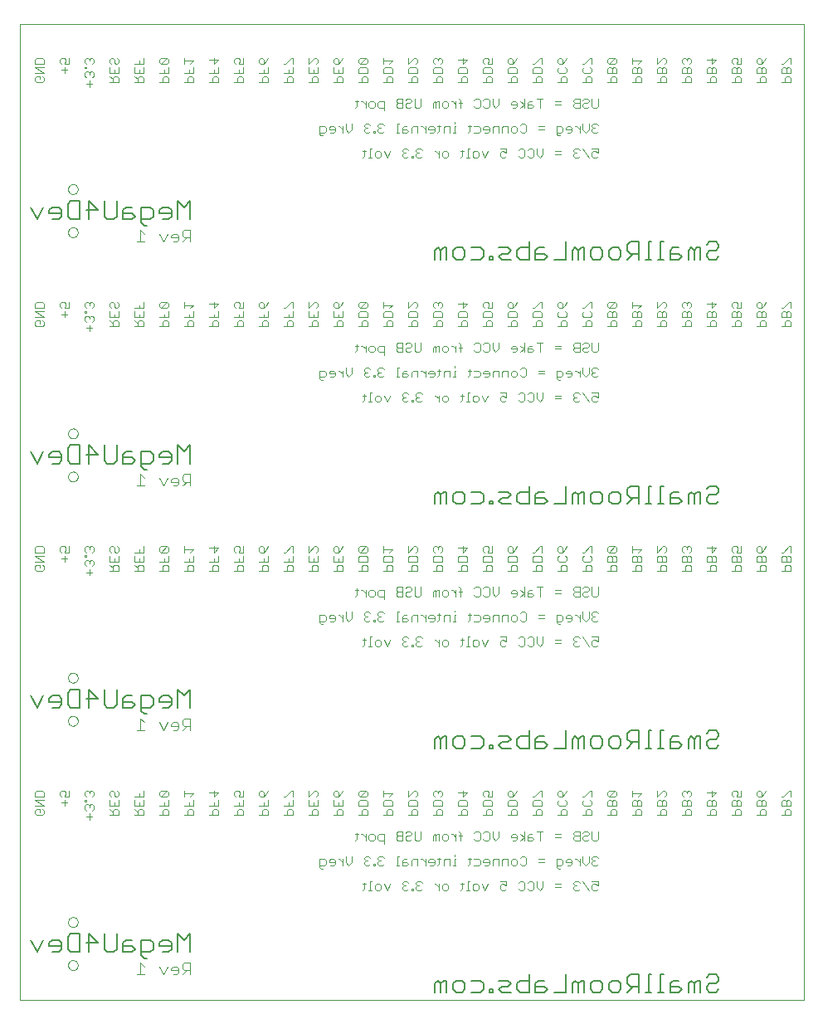
<source format=gbo>
G75*
G70*
%OFA0B0*%
%FSLAX24Y24*%
%IPPOS*%
%LPD*%
%AMOC8*
5,1,8,0,0,1.08239X$1,22.5*
%
%ADD10C,0.0040*%
%ADD11C,0.0080*%
%ADD12C,0.0060*%
%ADD13C,0.0030*%
%ADD14C,0.0000*%
D10*
X004908Y001161D02*
X005215Y001161D01*
X005062Y001161D02*
X005062Y001621D01*
X005215Y001468D01*
X005829Y001468D02*
X005982Y001161D01*
X006136Y001468D01*
X006289Y001391D02*
X006289Y001315D01*
X006596Y001315D01*
X006596Y001391D02*
X006520Y001468D01*
X006366Y001468D01*
X006289Y001391D01*
X006366Y001161D02*
X006520Y001161D01*
X006596Y001238D01*
X006596Y001391D01*
X006750Y001391D02*
X006826Y001315D01*
X007057Y001315D01*
X006903Y001315D02*
X006750Y001161D01*
X006750Y001391D02*
X006750Y001545D01*
X006826Y001621D01*
X007057Y001621D01*
X007057Y001161D01*
X006942Y007556D02*
X006942Y007736D01*
X007002Y007796D01*
X007122Y007796D01*
X007182Y007736D01*
X007182Y007556D01*
X006822Y007556D01*
X006822Y007924D02*
X007182Y007924D01*
X007182Y008165D01*
X007062Y008293D02*
X007182Y008413D01*
X006822Y008413D01*
X006822Y008293D02*
X006822Y008533D01*
X007002Y008045D02*
X007002Y007924D01*
X006182Y007924D02*
X006182Y008165D01*
X006122Y008293D02*
X006182Y008353D01*
X006182Y008473D01*
X006122Y008533D01*
X005882Y008293D01*
X005822Y008353D01*
X005822Y008473D01*
X005882Y008533D01*
X006122Y008533D01*
X006122Y008293D02*
X005882Y008293D01*
X006002Y008045D02*
X006002Y007924D01*
X006002Y007796D02*
X005942Y007736D01*
X005942Y007556D01*
X005822Y007556D02*
X006182Y007556D01*
X006182Y007736D01*
X006122Y007796D01*
X006002Y007796D01*
X005822Y007924D02*
X006182Y007924D01*
X005182Y007924D02*
X004822Y007924D01*
X004822Y008165D01*
X004822Y008293D02*
X005182Y008293D01*
X005182Y008533D01*
X005002Y008413D02*
X005002Y008293D01*
X005182Y008165D02*
X005182Y007924D01*
X005122Y007796D02*
X005002Y007796D01*
X004942Y007736D01*
X004942Y007556D01*
X004942Y007676D02*
X004822Y007796D01*
X005002Y007924D02*
X005002Y008045D01*
X005122Y007796D02*
X005182Y007736D01*
X005182Y007556D01*
X004822Y007556D01*
X004182Y007556D02*
X004182Y007736D01*
X004122Y007796D01*
X004002Y007796D01*
X003942Y007736D01*
X003942Y007556D01*
X003942Y007676D02*
X003822Y007796D01*
X003822Y007924D02*
X003822Y008165D01*
X003882Y008293D02*
X003822Y008353D01*
X003822Y008473D01*
X003882Y008533D01*
X003942Y008533D01*
X004002Y008473D01*
X004002Y008353D01*
X004062Y008293D01*
X004122Y008293D01*
X004182Y008353D01*
X004182Y008473D01*
X004122Y008533D01*
X004182Y008165D02*
X004182Y007924D01*
X003822Y007924D01*
X004002Y007924D02*
X004002Y008045D01*
X003822Y007556D02*
X004182Y007556D01*
X003182Y007800D02*
X003182Y007920D01*
X003122Y007981D01*
X003062Y007981D01*
X003002Y007920D01*
X002942Y007981D01*
X002882Y007981D01*
X002822Y007920D01*
X002822Y007800D01*
X002882Y007740D01*
X003002Y007860D02*
X003002Y007920D01*
X003122Y007740D02*
X003182Y007800D01*
X003002Y007612D02*
X003002Y007372D01*
X003122Y007492D02*
X002882Y007492D01*
X002882Y008109D02*
X002822Y008109D01*
X002822Y008169D01*
X002882Y008169D01*
X002882Y008109D01*
X002882Y008293D02*
X002822Y008353D01*
X002822Y008473D01*
X002882Y008533D01*
X002942Y008533D01*
X003002Y008473D01*
X003002Y008413D01*
X003002Y008473D02*
X003062Y008533D01*
X003122Y008533D01*
X003182Y008473D01*
X003182Y008353D01*
X003122Y008293D01*
X002182Y008293D02*
X002002Y008293D01*
X002062Y008413D01*
X002062Y008473D01*
X002002Y008533D01*
X001882Y008533D01*
X001822Y008473D01*
X001822Y008353D01*
X001882Y008293D01*
X002002Y008165D02*
X002002Y007924D01*
X002122Y008045D02*
X001882Y008045D01*
X002182Y008293D02*
X002182Y008533D01*
X001182Y008473D02*
X001182Y008293D01*
X000822Y008293D01*
X000822Y008473D01*
X000882Y008533D01*
X001122Y008533D01*
X001182Y008473D01*
X001182Y008165D02*
X000822Y008165D01*
X001182Y007924D01*
X000822Y007924D01*
X000882Y007796D02*
X001002Y007796D01*
X001002Y007676D01*
X001122Y007556D02*
X000882Y007556D01*
X000822Y007616D01*
X000822Y007736D01*
X000882Y007796D01*
X001122Y007796D02*
X001182Y007736D01*
X001182Y007616D01*
X001122Y007556D01*
X004908Y010974D02*
X005215Y010974D01*
X005062Y010974D02*
X005062Y011434D01*
X005215Y011281D01*
X005829Y011281D02*
X005982Y010974D01*
X006136Y011281D01*
X006289Y011204D02*
X006289Y011127D01*
X006596Y011127D01*
X006596Y011050D02*
X006596Y011204D01*
X006520Y011281D01*
X006366Y011281D01*
X006289Y011204D01*
X006366Y010974D02*
X006520Y010974D01*
X006596Y011050D01*
X006750Y010974D02*
X006903Y011127D01*
X006826Y011127D02*
X007057Y011127D01*
X007057Y010974D02*
X007057Y011434D01*
X006826Y011434D01*
X006750Y011357D01*
X006750Y011204D01*
X006826Y011127D01*
X007822Y008473D02*
X008182Y008473D01*
X008002Y008293D01*
X008002Y008533D01*
X008182Y008165D02*
X008182Y007924D01*
X007822Y007924D01*
X008002Y007924D02*
X008002Y008045D01*
X008002Y007796D02*
X007942Y007736D01*
X007942Y007556D01*
X007822Y007556D02*
X008182Y007556D01*
X008182Y007736D01*
X008122Y007796D01*
X008002Y007796D01*
X008822Y007924D02*
X009182Y007924D01*
X009182Y008165D01*
X009182Y008293D02*
X009002Y008293D01*
X009062Y008413D01*
X009062Y008473D01*
X009002Y008533D01*
X008882Y008533D01*
X008822Y008473D01*
X008822Y008353D01*
X008882Y008293D01*
X009002Y008045D02*
X009002Y007924D01*
X009002Y007796D02*
X008942Y007736D01*
X008942Y007556D01*
X008822Y007556D02*
X009182Y007556D01*
X009182Y007736D01*
X009122Y007796D01*
X009002Y007796D01*
X009182Y008293D02*
X009182Y008533D01*
X009822Y008473D02*
X009882Y008533D01*
X009942Y008533D01*
X010002Y008473D01*
X010002Y008293D01*
X009882Y008293D01*
X009822Y008353D01*
X009822Y008473D01*
X010002Y008293D02*
X010122Y008413D01*
X010182Y008533D01*
X010182Y008165D02*
X010182Y007924D01*
X009822Y007924D01*
X010002Y007924D02*
X010002Y008045D01*
X010002Y007796D02*
X009942Y007736D01*
X009942Y007556D01*
X009822Y007556D02*
X010182Y007556D01*
X010182Y007736D01*
X010122Y007796D01*
X010002Y007796D01*
X010822Y007924D02*
X011182Y007924D01*
X011182Y008165D01*
X011182Y008293D02*
X011182Y008533D01*
X011122Y008533D01*
X010882Y008293D01*
X010822Y008293D01*
X011002Y008045D02*
X011002Y007924D01*
X011002Y007796D02*
X010942Y007736D01*
X010942Y007556D01*
X010822Y007556D02*
X011182Y007556D01*
X011182Y007736D01*
X011122Y007796D01*
X011002Y007796D01*
X011822Y007924D02*
X011822Y008165D01*
X011822Y008293D02*
X012062Y008533D01*
X012122Y008533D01*
X012182Y008473D01*
X012182Y008353D01*
X012122Y008293D01*
X012182Y008165D02*
X012182Y007924D01*
X011822Y007924D01*
X012002Y007924D02*
X012002Y008045D01*
X012002Y007796D02*
X011942Y007736D01*
X011942Y007556D01*
X011822Y007556D02*
X012182Y007556D01*
X012182Y007736D01*
X012122Y007796D01*
X012002Y007796D01*
X011822Y008293D02*
X011822Y008533D01*
X012822Y008473D02*
X012882Y008533D01*
X012942Y008533D01*
X013002Y008473D01*
X013002Y008293D01*
X012882Y008293D01*
X012822Y008353D01*
X012822Y008473D01*
X013002Y008293D02*
X013122Y008413D01*
X013182Y008533D01*
X013182Y008165D02*
X013182Y007924D01*
X012822Y007924D01*
X012822Y008165D01*
X013002Y008045D02*
X013002Y007924D01*
X013002Y007796D02*
X012942Y007736D01*
X012942Y007556D01*
X012822Y007556D02*
X013182Y007556D01*
X013182Y007736D01*
X013122Y007796D01*
X013002Y007796D01*
X013822Y007924D02*
X013822Y008105D01*
X013882Y008165D01*
X014122Y008165D01*
X014182Y008105D01*
X014182Y007924D01*
X013822Y007924D01*
X014002Y007796D02*
X013942Y007736D01*
X013942Y007556D01*
X013822Y007556D02*
X014182Y007556D01*
X014182Y007736D01*
X014122Y007796D01*
X014002Y007796D01*
X013882Y008293D02*
X014122Y008293D01*
X014182Y008353D01*
X014182Y008473D01*
X014122Y008533D01*
X013882Y008293D01*
X013822Y008353D01*
X013822Y008473D01*
X013882Y008533D01*
X014122Y008533D01*
X014822Y008533D02*
X014822Y008293D01*
X014822Y008413D02*
X015182Y008413D01*
X015062Y008293D01*
X015122Y008165D02*
X015182Y008105D01*
X015182Y007924D01*
X014822Y007924D01*
X014822Y008105D01*
X014882Y008165D01*
X015122Y008165D01*
X015122Y007796D02*
X015002Y007796D01*
X014942Y007736D01*
X014942Y007556D01*
X014822Y007556D02*
X015182Y007556D01*
X015182Y007736D01*
X015122Y007796D01*
X015822Y007924D02*
X015822Y008105D01*
X015882Y008165D01*
X016122Y008165D01*
X016182Y008105D01*
X016182Y007924D01*
X015822Y007924D01*
X016002Y007796D02*
X015942Y007736D01*
X015942Y007556D01*
X015822Y007556D02*
X016182Y007556D01*
X016182Y007736D01*
X016122Y007796D01*
X016002Y007796D01*
X016122Y008293D02*
X016182Y008353D01*
X016182Y008473D01*
X016122Y008533D01*
X016062Y008533D01*
X015822Y008293D01*
X015822Y008533D01*
X016822Y008473D02*
X016822Y008353D01*
X016882Y008293D01*
X016882Y008165D02*
X017122Y008165D01*
X017182Y008105D01*
X017182Y007924D01*
X016822Y007924D01*
X016822Y008105D01*
X016882Y008165D01*
X017122Y008293D02*
X017182Y008353D01*
X017182Y008473D01*
X017122Y008533D01*
X017062Y008533D01*
X017002Y008473D01*
X016942Y008533D01*
X016882Y008533D01*
X016822Y008473D01*
X017002Y008473D02*
X017002Y008413D01*
X017002Y007796D02*
X016942Y007736D01*
X016942Y007556D01*
X016822Y007556D02*
X017182Y007556D01*
X017182Y007736D01*
X017122Y007796D01*
X017002Y007796D01*
X017822Y007924D02*
X017822Y008105D01*
X017882Y008165D01*
X018122Y008165D01*
X018182Y008105D01*
X018182Y007924D01*
X017822Y007924D01*
X018002Y007796D02*
X017942Y007736D01*
X017942Y007556D01*
X017822Y007556D02*
X018182Y007556D01*
X018182Y007736D01*
X018122Y007796D01*
X018002Y007796D01*
X018002Y008293D02*
X018002Y008533D01*
X018182Y008473D02*
X018002Y008293D01*
X017822Y008473D02*
X018182Y008473D01*
X018822Y008473D02*
X018822Y008353D01*
X018882Y008293D01*
X019002Y008293D02*
X019062Y008413D01*
X019062Y008473D01*
X019002Y008533D01*
X018882Y008533D01*
X018822Y008473D01*
X019002Y008293D02*
X019182Y008293D01*
X019182Y008533D01*
X019122Y008165D02*
X019182Y008105D01*
X019182Y007924D01*
X018822Y007924D01*
X018822Y008105D01*
X018882Y008165D01*
X019122Y008165D01*
X019122Y007796D02*
X019002Y007796D01*
X018942Y007736D01*
X018942Y007556D01*
X018822Y007556D02*
X019182Y007556D01*
X019182Y007736D01*
X019122Y007796D01*
X019822Y007924D02*
X019822Y008105D01*
X019882Y008165D01*
X020122Y008165D01*
X020182Y008105D01*
X020182Y007924D01*
X019822Y007924D01*
X020002Y007796D02*
X019942Y007736D01*
X019942Y007556D01*
X019822Y007556D02*
X020182Y007556D01*
X020182Y007736D01*
X020122Y007796D01*
X020002Y007796D01*
X020002Y008293D02*
X020002Y008473D01*
X019942Y008533D01*
X019882Y008533D01*
X019822Y008473D01*
X019822Y008353D01*
X019882Y008293D01*
X020002Y008293D01*
X020122Y008413D01*
X020182Y008533D01*
X020822Y008293D02*
X020882Y008293D01*
X021122Y008533D01*
X021182Y008533D01*
X021182Y008293D01*
X021122Y008165D02*
X021182Y008105D01*
X021182Y007924D01*
X020822Y007924D01*
X020822Y008105D01*
X020882Y008165D01*
X021122Y008165D01*
X021122Y007796D02*
X021002Y007796D01*
X020942Y007736D01*
X020942Y007556D01*
X020822Y007556D02*
X021182Y007556D01*
X021182Y007736D01*
X021122Y007796D01*
X021822Y007985D02*
X021822Y008105D01*
X021882Y008165D01*
X021882Y008293D02*
X021822Y008353D01*
X021822Y008473D01*
X021882Y008533D01*
X021942Y008533D01*
X022002Y008473D01*
X022002Y008293D01*
X021882Y008293D01*
X022002Y008293D02*
X022122Y008413D01*
X022182Y008533D01*
X022122Y008165D02*
X022182Y008105D01*
X022182Y007985D01*
X022122Y007924D01*
X021882Y007924D01*
X021822Y007985D01*
X022002Y007796D02*
X021942Y007736D01*
X021942Y007556D01*
X021822Y007556D02*
X022182Y007556D01*
X022182Y007736D01*
X022122Y007796D01*
X022002Y007796D01*
X022822Y007985D02*
X022822Y008105D01*
X022882Y008165D01*
X022882Y008293D02*
X022822Y008293D01*
X022882Y008293D02*
X023122Y008533D01*
X023182Y008533D01*
X023182Y008293D01*
X023122Y008165D02*
X023182Y008105D01*
X023182Y007985D01*
X023122Y007924D01*
X022882Y007924D01*
X022822Y007985D01*
X023002Y007796D02*
X022942Y007736D01*
X022942Y007556D01*
X022822Y007556D02*
X023182Y007556D01*
X023182Y007736D01*
X023122Y007796D01*
X023002Y007796D01*
X023822Y007924D02*
X023822Y008105D01*
X023882Y008165D01*
X023942Y008165D01*
X024002Y008105D01*
X024002Y007924D01*
X024002Y007796D02*
X023942Y007736D01*
X023942Y007556D01*
X023822Y007556D02*
X024182Y007556D01*
X024182Y007736D01*
X024122Y007796D01*
X024002Y007796D01*
X024182Y007924D02*
X024182Y008105D01*
X024122Y008165D01*
X024062Y008165D01*
X024002Y008105D01*
X023882Y008293D02*
X024122Y008293D01*
X024182Y008353D01*
X024182Y008473D01*
X024122Y008533D01*
X023882Y008293D01*
X023822Y008353D01*
X023822Y008473D01*
X023882Y008533D01*
X024122Y008533D01*
X024182Y007924D02*
X023822Y007924D01*
X024822Y007924D02*
X024822Y008105D01*
X024882Y008165D01*
X024942Y008165D01*
X025002Y008105D01*
X025002Y007924D01*
X025002Y007796D02*
X024942Y007736D01*
X024942Y007556D01*
X024822Y007556D02*
X025182Y007556D01*
X025182Y007736D01*
X025122Y007796D01*
X025002Y007796D01*
X024822Y007924D02*
X025182Y007924D01*
X025182Y008105D01*
X025122Y008165D01*
X025062Y008165D01*
X025002Y008105D01*
X025062Y008293D02*
X025182Y008413D01*
X024822Y008413D01*
X024822Y008293D02*
X024822Y008533D01*
X025822Y008533D02*
X025822Y008293D01*
X026062Y008533D01*
X026122Y008533D01*
X026182Y008473D01*
X026182Y008353D01*
X026122Y008293D01*
X026122Y008165D02*
X026062Y008165D01*
X026002Y008105D01*
X026002Y007924D01*
X026002Y007796D02*
X025942Y007736D01*
X025942Y007556D01*
X025822Y007556D02*
X026182Y007556D01*
X026182Y007736D01*
X026122Y007796D01*
X026002Y007796D01*
X025822Y007924D02*
X026182Y007924D01*
X026182Y008105D01*
X026122Y008165D01*
X026002Y008105D02*
X025942Y008165D01*
X025882Y008165D01*
X025822Y008105D01*
X025822Y007924D01*
X026822Y007924D02*
X026822Y008105D01*
X026882Y008165D01*
X026942Y008165D01*
X027002Y008105D01*
X027002Y007924D01*
X027002Y007796D02*
X026942Y007736D01*
X026942Y007556D01*
X026822Y007556D02*
X027182Y007556D01*
X027182Y007736D01*
X027122Y007796D01*
X027002Y007796D01*
X026822Y007924D02*
X027182Y007924D01*
X027182Y008105D01*
X027122Y008165D01*
X027062Y008165D01*
X027002Y008105D01*
X027122Y008293D02*
X027182Y008353D01*
X027182Y008473D01*
X027122Y008533D01*
X027062Y008533D01*
X027002Y008473D01*
X026942Y008533D01*
X026882Y008533D01*
X026822Y008473D01*
X026822Y008353D01*
X026882Y008293D01*
X027002Y008413D02*
X027002Y008473D01*
X027822Y008473D02*
X028182Y008473D01*
X028002Y008293D01*
X028002Y008533D01*
X028062Y008165D02*
X028002Y008105D01*
X028002Y007924D01*
X028002Y007796D02*
X027942Y007736D01*
X027942Y007556D01*
X027822Y007556D02*
X028182Y007556D01*
X028182Y007736D01*
X028122Y007796D01*
X028002Y007796D01*
X027822Y007924D02*
X028182Y007924D01*
X028182Y008105D01*
X028122Y008165D01*
X028062Y008165D01*
X028002Y008105D02*
X027942Y008165D01*
X027882Y008165D01*
X027822Y008105D01*
X027822Y007924D01*
X028822Y007924D02*
X028822Y008105D01*
X028882Y008165D01*
X028942Y008165D01*
X029002Y008105D01*
X029002Y007924D01*
X029002Y007796D02*
X028942Y007736D01*
X028942Y007556D01*
X028822Y007556D02*
X029182Y007556D01*
X029182Y007736D01*
X029122Y007796D01*
X029002Y007796D01*
X029182Y007924D02*
X029182Y008105D01*
X029122Y008165D01*
X029062Y008165D01*
X029002Y008105D01*
X029002Y008293D02*
X029062Y008413D01*
X029062Y008473D01*
X029002Y008533D01*
X028882Y008533D01*
X028822Y008473D01*
X028822Y008353D01*
X028882Y008293D01*
X029002Y008293D02*
X029182Y008293D01*
X029182Y008533D01*
X029182Y007924D02*
X028822Y007924D01*
X029822Y007924D02*
X029822Y008105D01*
X029882Y008165D01*
X029942Y008165D01*
X030002Y008105D01*
X030002Y007924D01*
X030002Y007796D02*
X029942Y007736D01*
X029942Y007556D01*
X029822Y007556D02*
X030182Y007556D01*
X030182Y007736D01*
X030122Y007796D01*
X030002Y007796D01*
X030182Y007924D02*
X030182Y008105D01*
X030122Y008165D01*
X030062Y008165D01*
X030002Y008105D01*
X030002Y008293D02*
X029882Y008293D01*
X029822Y008353D01*
X029822Y008473D01*
X029882Y008533D01*
X029942Y008533D01*
X030002Y008473D01*
X030002Y008293D01*
X030122Y008413D01*
X030182Y008533D01*
X030182Y007924D02*
X029822Y007924D01*
X030822Y007924D02*
X030822Y008105D01*
X030882Y008165D01*
X030942Y008165D01*
X031002Y008105D01*
X031002Y007924D01*
X031002Y007796D02*
X030942Y007736D01*
X030942Y007556D01*
X030822Y007556D02*
X031182Y007556D01*
X031182Y007736D01*
X031122Y007796D01*
X031002Y007796D01*
X031182Y007924D02*
X031182Y008105D01*
X031122Y008165D01*
X031062Y008165D01*
X031002Y008105D01*
X030882Y008293D02*
X030822Y008293D01*
X030882Y008293D02*
X031122Y008533D01*
X031182Y008533D01*
X031182Y008293D01*
X031182Y007924D02*
X030822Y007924D01*
X030822Y017369D02*
X031182Y017369D01*
X031182Y017549D01*
X031122Y017609D01*
X031002Y017609D01*
X030942Y017549D01*
X030942Y017369D01*
X031002Y017737D02*
X031002Y017917D01*
X030942Y017977D01*
X030882Y017977D01*
X030822Y017917D01*
X030822Y017737D01*
X031182Y017737D01*
X031182Y017917D01*
X031122Y017977D01*
X031062Y017977D01*
X031002Y017917D01*
X030882Y018105D02*
X031122Y018346D01*
X031182Y018346D01*
X031182Y018105D01*
X030882Y018105D02*
X030822Y018105D01*
X030182Y017917D02*
X030182Y017737D01*
X029822Y017737D01*
X029822Y017917D01*
X029882Y017977D01*
X029942Y017977D01*
X030002Y017917D01*
X030002Y017737D01*
X030002Y017609D02*
X029942Y017549D01*
X029942Y017369D01*
X029822Y017369D02*
X030182Y017369D01*
X030182Y017549D01*
X030122Y017609D01*
X030002Y017609D01*
X030002Y017917D02*
X030062Y017977D01*
X030122Y017977D01*
X030182Y017917D01*
X030002Y018105D02*
X030002Y018285D01*
X029942Y018346D01*
X029882Y018346D01*
X029822Y018285D01*
X029822Y018165D01*
X029882Y018105D01*
X030002Y018105D01*
X030122Y018225D01*
X030182Y018346D01*
X029182Y018346D02*
X029182Y018105D01*
X029002Y018105D01*
X029062Y018225D01*
X029062Y018285D01*
X029002Y018346D01*
X028882Y018346D01*
X028822Y018285D01*
X028822Y018165D01*
X028882Y018105D01*
X028882Y017977D02*
X028822Y017917D01*
X028822Y017737D01*
X029182Y017737D01*
X029182Y017917D01*
X029122Y017977D01*
X029062Y017977D01*
X029002Y017917D01*
X029002Y017737D01*
X029002Y017609D02*
X028942Y017549D01*
X028942Y017369D01*
X028822Y017369D02*
X029182Y017369D01*
X029182Y017549D01*
X029122Y017609D01*
X029002Y017609D01*
X029002Y017917D02*
X028942Y017977D01*
X028882Y017977D01*
X028182Y017917D02*
X028182Y017737D01*
X027822Y017737D01*
X027822Y017917D01*
X027882Y017977D01*
X027942Y017977D01*
X028002Y017917D01*
X028002Y017737D01*
X028002Y017609D02*
X027942Y017549D01*
X027942Y017369D01*
X027822Y017369D02*
X028182Y017369D01*
X028182Y017549D01*
X028122Y017609D01*
X028002Y017609D01*
X028002Y017917D02*
X028062Y017977D01*
X028122Y017977D01*
X028182Y017917D01*
X028002Y018105D02*
X028182Y018285D01*
X027822Y018285D01*
X028002Y018346D02*
X028002Y018105D01*
X027182Y018165D02*
X027182Y018285D01*
X027122Y018346D01*
X027062Y018346D01*
X027002Y018285D01*
X026942Y018346D01*
X026882Y018346D01*
X026822Y018285D01*
X026822Y018165D01*
X026882Y018105D01*
X026882Y017977D02*
X026822Y017917D01*
X026822Y017737D01*
X027182Y017737D01*
X027182Y017917D01*
X027122Y017977D01*
X027062Y017977D01*
X027002Y017917D01*
X027002Y017737D01*
X027002Y017609D02*
X026942Y017549D01*
X026942Y017369D01*
X026822Y017369D02*
X027182Y017369D01*
X027182Y017549D01*
X027122Y017609D01*
X027002Y017609D01*
X027002Y017917D02*
X026942Y017977D01*
X026882Y017977D01*
X027122Y018105D02*
X027182Y018165D01*
X027002Y018225D02*
X027002Y018285D01*
X026182Y018285D02*
X026182Y018165D01*
X026122Y018105D01*
X026122Y017977D02*
X026062Y017977D01*
X026002Y017917D01*
X026002Y017737D01*
X026002Y017609D02*
X025942Y017549D01*
X025942Y017369D01*
X025822Y017369D02*
X026182Y017369D01*
X026182Y017549D01*
X026122Y017609D01*
X026002Y017609D01*
X025822Y017737D02*
X026182Y017737D01*
X026182Y017917D01*
X026122Y017977D01*
X026002Y017917D02*
X025942Y017977D01*
X025882Y017977D01*
X025822Y017917D01*
X025822Y017737D01*
X025822Y018105D02*
X026062Y018346D01*
X026122Y018346D01*
X026182Y018285D01*
X025822Y018346D02*
X025822Y018105D01*
X025182Y018225D02*
X024822Y018225D01*
X024822Y018105D02*
X024822Y018346D01*
X025062Y018105D02*
X025182Y018225D01*
X025122Y017977D02*
X025182Y017917D01*
X025182Y017737D01*
X024822Y017737D01*
X024822Y017917D01*
X024882Y017977D01*
X024942Y017977D01*
X025002Y017917D01*
X025002Y017737D01*
X025002Y017609D02*
X024942Y017549D01*
X024942Y017369D01*
X024822Y017369D02*
X025182Y017369D01*
X025182Y017549D01*
X025122Y017609D01*
X025002Y017609D01*
X025002Y017917D02*
X025062Y017977D01*
X025122Y017977D01*
X024182Y017917D02*
X024182Y017737D01*
X023822Y017737D01*
X023822Y017917D01*
X023882Y017977D01*
X023942Y017977D01*
X024002Y017917D01*
X024002Y017737D01*
X024002Y017609D02*
X023942Y017549D01*
X023942Y017369D01*
X023822Y017369D02*
X024182Y017369D01*
X024182Y017549D01*
X024122Y017609D01*
X024002Y017609D01*
X024002Y017917D02*
X024062Y017977D01*
X024122Y017977D01*
X024182Y017917D01*
X024122Y018105D02*
X024182Y018165D01*
X024182Y018285D01*
X024122Y018346D01*
X023882Y018105D01*
X023822Y018165D01*
X023822Y018285D01*
X023882Y018346D01*
X024122Y018346D01*
X024122Y018105D02*
X023882Y018105D01*
X023182Y018105D02*
X023182Y018346D01*
X023122Y018346D01*
X022882Y018105D01*
X022822Y018105D01*
X022882Y017977D02*
X022822Y017917D01*
X022822Y017797D01*
X022882Y017737D01*
X023122Y017737D01*
X023182Y017797D01*
X023182Y017917D01*
X023122Y017977D01*
X023122Y017609D02*
X023002Y017609D01*
X022942Y017549D01*
X022942Y017369D01*
X022822Y017369D02*
X023182Y017369D01*
X023182Y017549D01*
X023122Y017609D01*
X022182Y017549D02*
X022182Y017369D01*
X021822Y017369D01*
X021942Y017369D02*
X021942Y017549D01*
X022002Y017609D01*
X022122Y017609D01*
X022182Y017549D01*
X022122Y017737D02*
X021882Y017737D01*
X021822Y017797D01*
X021822Y017917D01*
X021882Y017977D01*
X021882Y018105D02*
X021822Y018165D01*
X021822Y018285D01*
X021882Y018346D01*
X021942Y018346D01*
X022002Y018285D01*
X022002Y018105D01*
X021882Y018105D01*
X022002Y018105D02*
X022122Y018225D01*
X022182Y018346D01*
X022122Y017977D02*
X022182Y017917D01*
X022182Y017797D01*
X022122Y017737D01*
X021182Y017737D02*
X021182Y017917D01*
X021122Y017977D01*
X020882Y017977D01*
X020822Y017917D01*
X020822Y017737D01*
X021182Y017737D01*
X021122Y017609D02*
X021002Y017609D01*
X020942Y017549D01*
X020942Y017369D01*
X020822Y017369D02*
X021182Y017369D01*
X021182Y017549D01*
X021122Y017609D01*
X021182Y018105D02*
X021182Y018346D01*
X021122Y018346D01*
X020882Y018105D01*
X020822Y018105D01*
X020182Y017917D02*
X020182Y017737D01*
X019822Y017737D01*
X019822Y017917D01*
X019882Y017977D01*
X020122Y017977D01*
X020182Y017917D01*
X020002Y018105D02*
X020122Y018225D01*
X020182Y018346D01*
X020002Y018285D02*
X020002Y018105D01*
X019882Y018105D01*
X019822Y018165D01*
X019822Y018285D01*
X019882Y018346D01*
X019942Y018346D01*
X020002Y018285D01*
X020002Y017609D02*
X019942Y017549D01*
X019942Y017369D01*
X019822Y017369D02*
X020182Y017369D01*
X020182Y017549D01*
X020122Y017609D01*
X020002Y017609D01*
X019182Y017549D02*
X019182Y017369D01*
X018822Y017369D01*
X018942Y017369D02*
X018942Y017549D01*
X019002Y017609D01*
X019122Y017609D01*
X019182Y017549D01*
X019182Y017737D02*
X019182Y017917D01*
X019122Y017977D01*
X018882Y017977D01*
X018822Y017917D01*
X018822Y017737D01*
X019182Y017737D01*
X019182Y018105D02*
X019002Y018105D01*
X019062Y018225D01*
X019062Y018285D01*
X019002Y018346D01*
X018882Y018346D01*
X018822Y018285D01*
X018822Y018165D01*
X018882Y018105D01*
X019182Y018105D02*
X019182Y018346D01*
X018182Y018285D02*
X018002Y018105D01*
X018002Y018346D01*
X017822Y018285D02*
X018182Y018285D01*
X018122Y017977D02*
X018182Y017917D01*
X018182Y017737D01*
X017822Y017737D01*
X017822Y017917D01*
X017882Y017977D01*
X018122Y017977D01*
X018122Y017609D02*
X018002Y017609D01*
X017942Y017549D01*
X017942Y017369D01*
X017822Y017369D02*
X018182Y017369D01*
X018182Y017549D01*
X018122Y017609D01*
X017182Y017549D02*
X017182Y017369D01*
X016822Y017369D01*
X016942Y017369D02*
X016942Y017549D01*
X017002Y017609D01*
X017122Y017609D01*
X017182Y017549D01*
X017182Y017737D02*
X017182Y017917D01*
X017122Y017977D01*
X016882Y017977D01*
X016822Y017917D01*
X016822Y017737D01*
X017182Y017737D01*
X017122Y018105D02*
X017182Y018165D01*
X017182Y018285D01*
X017122Y018346D01*
X017062Y018346D01*
X017002Y018285D01*
X016942Y018346D01*
X016882Y018346D01*
X016822Y018285D01*
X016822Y018165D01*
X016882Y018105D01*
X017002Y018225D02*
X017002Y018285D01*
X016182Y018285D02*
X016182Y018165D01*
X016122Y018105D01*
X016122Y017977D02*
X016182Y017917D01*
X016182Y017737D01*
X015822Y017737D01*
X015822Y017917D01*
X015882Y017977D01*
X016122Y017977D01*
X016182Y018285D02*
X016122Y018346D01*
X016062Y018346D01*
X015822Y018105D01*
X015822Y018346D01*
X015182Y018225D02*
X014822Y018225D01*
X014822Y018105D02*
X014822Y018346D01*
X015062Y018105D02*
X015182Y018225D01*
X015122Y017977D02*
X015182Y017917D01*
X015182Y017737D01*
X014822Y017737D01*
X014822Y017917D01*
X014882Y017977D01*
X015122Y017977D01*
X015122Y017609D02*
X015002Y017609D01*
X014942Y017549D01*
X014942Y017369D01*
X014822Y017369D02*
X015182Y017369D01*
X015182Y017549D01*
X015122Y017609D01*
X015822Y017369D02*
X016182Y017369D01*
X016182Y017549D01*
X016122Y017609D01*
X016002Y017609D01*
X015942Y017549D01*
X015942Y017369D01*
X014182Y017369D02*
X014182Y017549D01*
X014122Y017609D01*
X014002Y017609D01*
X013942Y017549D01*
X013942Y017369D01*
X013822Y017369D02*
X014182Y017369D01*
X014182Y017737D02*
X013822Y017737D01*
X013822Y017917D01*
X013882Y017977D01*
X014122Y017977D01*
X014182Y017917D01*
X014182Y017737D01*
X014122Y018105D02*
X013882Y018105D01*
X014122Y018346D01*
X013882Y018346D01*
X013822Y018285D01*
X013822Y018165D01*
X013882Y018105D01*
X014122Y018105D02*
X014182Y018165D01*
X014182Y018285D01*
X014122Y018346D01*
X013182Y018346D02*
X013122Y018225D01*
X013002Y018105D01*
X013002Y018285D01*
X012942Y018346D01*
X012882Y018346D01*
X012822Y018285D01*
X012822Y018165D01*
X012882Y018105D01*
X013002Y018105D01*
X013182Y017977D02*
X013182Y017737D01*
X012822Y017737D01*
X012822Y017977D01*
X013002Y017857D02*
X013002Y017737D01*
X013002Y017609D02*
X012942Y017549D01*
X012942Y017369D01*
X012822Y017369D02*
X013182Y017369D01*
X013182Y017549D01*
X013122Y017609D01*
X013002Y017609D01*
X012182Y017549D02*
X012182Y017369D01*
X011822Y017369D01*
X011942Y017369D02*
X011942Y017549D01*
X012002Y017609D01*
X012122Y017609D01*
X012182Y017549D01*
X012182Y017737D02*
X011822Y017737D01*
X011822Y017977D01*
X011822Y018105D02*
X012062Y018346D01*
X012122Y018346D01*
X012182Y018285D01*
X012182Y018165D01*
X012122Y018105D01*
X012182Y017977D02*
X012182Y017737D01*
X012002Y017737D02*
X012002Y017857D01*
X011822Y018105D02*
X011822Y018346D01*
X011182Y018346D02*
X011182Y018105D01*
X011182Y017977D02*
X011182Y017737D01*
X010822Y017737D01*
X011002Y017737D02*
X011002Y017857D01*
X011002Y017609D02*
X010942Y017549D01*
X010942Y017369D01*
X010822Y017369D02*
X011182Y017369D01*
X011182Y017549D01*
X011122Y017609D01*
X011002Y017609D01*
X010882Y018105D02*
X010822Y018105D01*
X010882Y018105D02*
X011122Y018346D01*
X011182Y018346D01*
X010182Y018346D02*
X010122Y018225D01*
X010002Y018105D01*
X010002Y018285D01*
X009942Y018346D01*
X009882Y018346D01*
X009822Y018285D01*
X009822Y018165D01*
X009882Y018105D01*
X010002Y018105D01*
X010182Y017977D02*
X010182Y017737D01*
X009822Y017737D01*
X010002Y017737D02*
X010002Y017857D01*
X010002Y017609D02*
X009942Y017549D01*
X009942Y017369D01*
X009822Y017369D02*
X010182Y017369D01*
X010182Y017549D01*
X010122Y017609D01*
X010002Y017609D01*
X009182Y017549D02*
X009182Y017369D01*
X008822Y017369D01*
X008942Y017369D02*
X008942Y017549D01*
X009002Y017609D01*
X009122Y017609D01*
X009182Y017549D01*
X009182Y017737D02*
X009182Y017977D01*
X009182Y018105D02*
X009002Y018105D01*
X009062Y018225D01*
X009062Y018285D01*
X009002Y018346D01*
X008882Y018346D01*
X008822Y018285D01*
X008822Y018165D01*
X008882Y018105D01*
X009002Y017857D02*
X009002Y017737D01*
X008822Y017737D02*
X009182Y017737D01*
X009182Y018105D02*
X009182Y018346D01*
X008182Y018285D02*
X008002Y018105D01*
X008002Y018346D01*
X007822Y018285D02*
X008182Y018285D01*
X008182Y017977D02*
X008182Y017737D01*
X007822Y017737D01*
X008002Y017737D02*
X008002Y017857D01*
X008002Y017609D02*
X007942Y017549D01*
X007942Y017369D01*
X007822Y017369D02*
X008182Y017369D01*
X008182Y017549D01*
X008122Y017609D01*
X008002Y017609D01*
X007182Y017549D02*
X007182Y017369D01*
X006822Y017369D01*
X006942Y017369D02*
X006942Y017549D01*
X007002Y017609D01*
X007122Y017609D01*
X007182Y017549D01*
X007182Y017737D02*
X007182Y017977D01*
X007062Y018105D02*
X007182Y018225D01*
X006822Y018225D01*
X006822Y018105D02*
X006822Y018346D01*
X007002Y017857D02*
X007002Y017737D01*
X006822Y017737D02*
X007182Y017737D01*
X006182Y017737D02*
X006182Y017977D01*
X006122Y018105D02*
X006182Y018165D01*
X006182Y018285D01*
X006122Y018346D01*
X005882Y018105D01*
X005822Y018165D01*
X005822Y018285D01*
X005882Y018346D01*
X006122Y018346D01*
X006122Y018105D02*
X005882Y018105D01*
X006002Y017857D02*
X006002Y017737D01*
X006002Y017609D02*
X005942Y017549D01*
X005942Y017369D01*
X005822Y017369D02*
X006182Y017369D01*
X006182Y017549D01*
X006122Y017609D01*
X006002Y017609D01*
X005822Y017737D02*
X006182Y017737D01*
X005182Y017737D02*
X004822Y017737D01*
X004822Y017977D01*
X004822Y018105D02*
X005182Y018105D01*
X005182Y018346D01*
X005002Y018225D02*
X005002Y018105D01*
X005182Y017977D02*
X005182Y017737D01*
X005122Y017609D02*
X005002Y017609D01*
X004942Y017549D01*
X004942Y017369D01*
X004942Y017489D02*
X004822Y017609D01*
X005002Y017737D02*
X005002Y017857D01*
X005122Y017609D02*
X005182Y017549D01*
X005182Y017369D01*
X004822Y017369D01*
X004182Y017369D02*
X004182Y017549D01*
X004122Y017609D01*
X004002Y017609D01*
X003942Y017549D01*
X003942Y017369D01*
X003942Y017489D02*
X003822Y017609D01*
X003822Y017737D02*
X003822Y017977D01*
X003882Y018105D02*
X003822Y018165D01*
X003822Y018285D01*
X003882Y018346D01*
X003942Y018346D01*
X004002Y018285D01*
X004002Y018165D01*
X004062Y018105D01*
X004122Y018105D01*
X004182Y018165D01*
X004182Y018285D01*
X004122Y018346D01*
X004182Y017977D02*
X004182Y017737D01*
X003822Y017737D01*
X004002Y017737D02*
X004002Y017857D01*
X003822Y017369D02*
X004182Y017369D01*
X003182Y017613D02*
X003182Y017733D01*
X003122Y017793D01*
X003062Y017793D01*
X003002Y017733D01*
X002942Y017793D01*
X002882Y017793D01*
X002822Y017733D01*
X002822Y017613D01*
X002882Y017553D01*
X003002Y017673D02*
X003002Y017733D01*
X003122Y017553D02*
X003182Y017613D01*
X003002Y017425D02*
X003002Y017185D01*
X003122Y017305D02*
X002882Y017305D01*
X002882Y017921D02*
X002822Y017921D01*
X002822Y017981D01*
X002882Y017981D01*
X002882Y017921D01*
X002882Y018105D02*
X002822Y018165D01*
X002822Y018285D01*
X002882Y018345D01*
X002942Y018345D01*
X003002Y018285D01*
X003002Y018225D01*
X003002Y018285D02*
X003062Y018345D01*
X003122Y018345D01*
X003182Y018285D01*
X003182Y018165D01*
X003122Y018105D01*
X002182Y018105D02*
X002002Y018105D01*
X002062Y018225D01*
X002062Y018285D01*
X002002Y018346D01*
X001882Y018346D01*
X001822Y018285D01*
X001822Y018165D01*
X001882Y018105D01*
X002002Y017977D02*
X002002Y017737D01*
X002122Y017857D02*
X001882Y017857D01*
X002182Y018105D02*
X002182Y018346D01*
X001182Y018285D02*
X001182Y018105D01*
X000822Y018105D01*
X000822Y018285D01*
X000882Y018346D01*
X001122Y018346D01*
X001182Y018285D01*
X001182Y017977D02*
X000822Y017977D01*
X001182Y017737D01*
X000822Y017737D01*
X000882Y017609D02*
X001002Y017609D01*
X001002Y017489D01*
X001122Y017609D02*
X001182Y017549D01*
X001182Y017429D01*
X001122Y017369D01*
X000882Y017369D01*
X000822Y017429D01*
X000822Y017549D01*
X000882Y017609D01*
X004908Y020786D02*
X005215Y020786D01*
X005062Y020786D02*
X005062Y021246D01*
X005215Y021093D01*
X005829Y021093D02*
X005982Y020786D01*
X006136Y021093D01*
X006289Y021016D02*
X006289Y020940D01*
X006596Y020940D01*
X006596Y021016D02*
X006520Y021093D01*
X006366Y021093D01*
X006289Y021016D01*
X006366Y020786D02*
X006520Y020786D01*
X006596Y020863D01*
X006596Y021016D01*
X006750Y021016D02*
X006750Y021170D01*
X006826Y021246D01*
X007057Y021246D01*
X007057Y020786D01*
X007057Y020940D02*
X006826Y020940D01*
X006750Y021016D01*
X006903Y020940D02*
X006750Y020786D01*
X006822Y027181D02*
X007182Y027181D01*
X007182Y027361D01*
X007122Y027421D01*
X007002Y027421D01*
X006942Y027361D01*
X006942Y027181D01*
X007002Y027549D02*
X007002Y027670D01*
X007182Y027549D02*
X007182Y027790D01*
X007062Y027918D02*
X007182Y028038D01*
X006822Y028038D01*
X006822Y027918D02*
X006822Y028158D01*
X006822Y027549D02*
X007182Y027549D01*
X007822Y027549D02*
X008182Y027549D01*
X008182Y027790D01*
X008002Y027670D02*
X008002Y027549D01*
X008002Y027421D02*
X007942Y027361D01*
X007942Y027181D01*
X007822Y027181D02*
X008182Y027181D01*
X008182Y027361D01*
X008122Y027421D01*
X008002Y027421D01*
X008002Y027918D02*
X008002Y028158D01*
X008182Y028098D02*
X008002Y027918D01*
X007822Y028098D02*
X008182Y028098D01*
X008822Y028098D02*
X008822Y027978D01*
X008882Y027918D01*
X009002Y027918D02*
X009062Y028038D01*
X009062Y028098D01*
X009002Y028158D01*
X008882Y028158D01*
X008822Y028098D01*
X009002Y027918D02*
X009182Y027918D01*
X009182Y028158D01*
X009182Y027790D02*
X009182Y027549D01*
X008822Y027549D01*
X009002Y027549D02*
X009002Y027670D01*
X009002Y027421D02*
X008942Y027361D01*
X008942Y027181D01*
X008822Y027181D02*
X009182Y027181D01*
X009182Y027361D01*
X009122Y027421D01*
X009002Y027421D01*
X009822Y027549D02*
X010182Y027549D01*
X010182Y027790D01*
X010002Y027670D02*
X010002Y027549D01*
X010002Y027421D02*
X009942Y027361D01*
X009942Y027181D01*
X009822Y027181D02*
X010182Y027181D01*
X010182Y027361D01*
X010122Y027421D01*
X010002Y027421D01*
X010002Y027918D02*
X010002Y028098D01*
X009942Y028158D01*
X009882Y028158D01*
X009822Y028098D01*
X009822Y027978D01*
X009882Y027918D01*
X010002Y027918D01*
X010122Y028038D01*
X010182Y028158D01*
X010822Y027918D02*
X010882Y027918D01*
X011122Y028158D01*
X011182Y028158D01*
X011182Y027918D01*
X011182Y027790D02*
X011182Y027549D01*
X010822Y027549D01*
X011002Y027549D02*
X011002Y027670D01*
X011002Y027421D02*
X010942Y027361D01*
X010942Y027181D01*
X010822Y027181D02*
X011182Y027181D01*
X011182Y027361D01*
X011122Y027421D01*
X011002Y027421D01*
X011822Y027549D02*
X011822Y027790D01*
X011822Y027918D02*
X012062Y028158D01*
X012122Y028158D01*
X012182Y028098D01*
X012182Y027978D01*
X012122Y027918D01*
X012182Y027790D02*
X012182Y027549D01*
X011822Y027549D01*
X012002Y027549D02*
X012002Y027670D01*
X012002Y027421D02*
X011942Y027361D01*
X011942Y027181D01*
X011822Y027181D02*
X012182Y027181D01*
X012182Y027361D01*
X012122Y027421D01*
X012002Y027421D01*
X011822Y027918D02*
X011822Y028158D01*
X012822Y028098D02*
X012822Y027978D01*
X012882Y027918D01*
X013002Y027918D01*
X013002Y028098D01*
X012942Y028158D01*
X012882Y028158D01*
X012822Y028098D01*
X013002Y027918D02*
X013122Y028038D01*
X013182Y028158D01*
X013182Y027790D02*
X013182Y027549D01*
X012822Y027549D01*
X012822Y027790D01*
X013002Y027670D02*
X013002Y027549D01*
X013002Y027421D02*
X012942Y027361D01*
X012942Y027181D01*
X012822Y027181D02*
X013182Y027181D01*
X013182Y027361D01*
X013122Y027421D01*
X013002Y027421D01*
X013822Y027549D02*
X013822Y027730D01*
X013882Y027790D01*
X014122Y027790D01*
X014182Y027730D01*
X014182Y027549D01*
X013822Y027549D01*
X014002Y027421D02*
X013942Y027361D01*
X013942Y027181D01*
X013822Y027181D02*
X014182Y027181D01*
X014182Y027361D01*
X014122Y027421D01*
X014002Y027421D01*
X013882Y027918D02*
X014122Y027918D01*
X014182Y027978D01*
X014182Y028098D01*
X014122Y028158D01*
X013882Y027918D01*
X013822Y027978D01*
X013822Y028098D01*
X013882Y028158D01*
X014122Y028158D01*
X014822Y028158D02*
X014822Y027918D01*
X014822Y028038D02*
X015182Y028038D01*
X015062Y027918D01*
X015122Y027790D02*
X015182Y027730D01*
X015182Y027549D01*
X014822Y027549D01*
X014822Y027730D01*
X014882Y027790D01*
X015122Y027790D01*
X015122Y027421D02*
X015002Y027421D01*
X014942Y027361D01*
X014942Y027181D01*
X014822Y027181D02*
X015182Y027181D01*
X015182Y027361D01*
X015122Y027421D01*
X015822Y027549D02*
X015822Y027730D01*
X015882Y027790D01*
X016122Y027790D01*
X016182Y027730D01*
X016182Y027549D01*
X015822Y027549D01*
X016002Y027421D02*
X015942Y027361D01*
X015942Y027181D01*
X015822Y027181D02*
X016182Y027181D01*
X016182Y027361D01*
X016122Y027421D01*
X016002Y027421D01*
X016122Y027918D02*
X016182Y027978D01*
X016182Y028098D01*
X016122Y028158D01*
X016062Y028158D01*
X015822Y027918D01*
X015822Y028158D01*
X016822Y028098D02*
X016822Y027978D01*
X016882Y027918D01*
X016882Y027790D02*
X017122Y027790D01*
X017182Y027730D01*
X017182Y027549D01*
X016822Y027549D01*
X016822Y027730D01*
X016882Y027790D01*
X017122Y027918D02*
X017182Y027978D01*
X017182Y028098D01*
X017122Y028158D01*
X017062Y028158D01*
X017002Y028098D01*
X016942Y028158D01*
X016882Y028158D01*
X016822Y028098D01*
X017002Y028098D02*
X017002Y028038D01*
X017002Y027421D02*
X016942Y027361D01*
X016942Y027181D01*
X016822Y027181D02*
X017182Y027181D01*
X017182Y027361D01*
X017122Y027421D01*
X017002Y027421D01*
X017822Y027549D02*
X017822Y027730D01*
X017882Y027790D01*
X018122Y027790D01*
X018182Y027730D01*
X018182Y027549D01*
X017822Y027549D01*
X018002Y027421D02*
X017942Y027361D01*
X017942Y027181D01*
X017822Y027181D02*
X018182Y027181D01*
X018182Y027361D01*
X018122Y027421D01*
X018002Y027421D01*
X018002Y027918D02*
X018002Y028158D01*
X018182Y028098D02*
X018002Y027918D01*
X017822Y028098D02*
X018182Y028098D01*
X018822Y028098D02*
X018822Y027978D01*
X018882Y027918D01*
X019002Y027918D02*
X019062Y028038D01*
X019062Y028098D01*
X019002Y028158D01*
X018882Y028158D01*
X018822Y028098D01*
X019002Y027918D02*
X019182Y027918D01*
X019182Y028158D01*
X019122Y027790D02*
X018882Y027790D01*
X018822Y027730D01*
X018822Y027549D01*
X019182Y027549D01*
X019182Y027730D01*
X019122Y027790D01*
X019122Y027421D02*
X019002Y027421D01*
X018942Y027361D01*
X018942Y027181D01*
X018822Y027181D02*
X019182Y027181D01*
X019182Y027361D01*
X019122Y027421D01*
X019822Y027549D02*
X019822Y027730D01*
X019882Y027790D01*
X020122Y027790D01*
X020182Y027730D01*
X020182Y027549D01*
X019822Y027549D01*
X020002Y027421D02*
X019942Y027361D01*
X019942Y027181D01*
X019822Y027181D02*
X020182Y027181D01*
X020182Y027361D01*
X020122Y027421D01*
X020002Y027421D01*
X020002Y027918D02*
X020002Y028098D01*
X019942Y028158D01*
X019882Y028158D01*
X019822Y028098D01*
X019822Y027978D01*
X019882Y027918D01*
X020002Y027918D01*
X020122Y028038D01*
X020182Y028158D01*
X020822Y027918D02*
X020882Y027918D01*
X021122Y028158D01*
X021182Y028158D01*
X021182Y027918D01*
X021122Y027790D02*
X021182Y027730D01*
X021182Y027549D01*
X020822Y027549D01*
X020822Y027730D01*
X020882Y027790D01*
X021122Y027790D01*
X021122Y027421D02*
X021002Y027421D01*
X020942Y027361D01*
X020942Y027181D01*
X020822Y027181D02*
X021182Y027181D01*
X021182Y027361D01*
X021122Y027421D01*
X021822Y027610D02*
X021822Y027730D01*
X021882Y027790D01*
X021882Y027918D02*
X021822Y027978D01*
X021822Y028098D01*
X021882Y028158D01*
X021942Y028158D01*
X022002Y028098D01*
X022002Y027918D01*
X021882Y027918D01*
X022002Y027918D02*
X022122Y028038D01*
X022182Y028158D01*
X022122Y027790D02*
X022182Y027730D01*
X022182Y027610D01*
X022122Y027549D01*
X021882Y027549D01*
X021822Y027610D01*
X022002Y027421D02*
X021942Y027361D01*
X021942Y027181D01*
X021822Y027181D02*
X022182Y027181D01*
X022182Y027361D01*
X022122Y027421D01*
X022002Y027421D01*
X022822Y027610D02*
X022822Y027730D01*
X022882Y027790D01*
X022882Y027918D02*
X022822Y027918D01*
X022882Y027918D02*
X023122Y028158D01*
X023182Y028158D01*
X023182Y027918D01*
X023122Y027790D02*
X023182Y027730D01*
X023182Y027610D01*
X023122Y027549D01*
X022882Y027549D01*
X022822Y027610D01*
X023002Y027421D02*
X022942Y027361D01*
X022942Y027181D01*
X022822Y027181D02*
X023182Y027181D01*
X023182Y027361D01*
X023122Y027421D01*
X023002Y027421D01*
X023822Y027549D02*
X023822Y027730D01*
X023882Y027790D01*
X023942Y027790D01*
X024002Y027730D01*
X024002Y027549D01*
X024002Y027421D02*
X023942Y027361D01*
X023942Y027181D01*
X023822Y027181D02*
X024182Y027181D01*
X024182Y027361D01*
X024122Y027421D01*
X024002Y027421D01*
X024182Y027549D02*
X024182Y027730D01*
X024122Y027790D01*
X024062Y027790D01*
X024002Y027730D01*
X024122Y027918D02*
X024182Y027978D01*
X024182Y028098D01*
X024122Y028158D01*
X023882Y027918D01*
X023822Y027978D01*
X023822Y028098D01*
X023882Y028158D01*
X024122Y028158D01*
X024122Y027918D02*
X023882Y027918D01*
X023822Y027549D02*
X024182Y027549D01*
X024822Y027549D02*
X024822Y027730D01*
X024882Y027790D01*
X024942Y027790D01*
X025002Y027730D01*
X025002Y027549D01*
X025002Y027421D02*
X024942Y027361D01*
X024942Y027181D01*
X024822Y027181D02*
X025182Y027181D01*
X025182Y027361D01*
X025122Y027421D01*
X025002Y027421D01*
X025182Y027549D02*
X025182Y027730D01*
X025122Y027790D01*
X025062Y027790D01*
X025002Y027730D01*
X025062Y027918D02*
X025182Y028038D01*
X024822Y028038D01*
X024822Y027918D02*
X024822Y028158D01*
X024822Y027549D02*
X025182Y027549D01*
X025822Y027549D02*
X025822Y027730D01*
X025882Y027790D01*
X025942Y027790D01*
X026002Y027730D01*
X026002Y027549D01*
X026002Y027421D02*
X025942Y027361D01*
X025942Y027181D01*
X025822Y027181D02*
X026182Y027181D01*
X026182Y027361D01*
X026122Y027421D01*
X026002Y027421D01*
X025822Y027549D02*
X026182Y027549D01*
X026182Y027730D01*
X026122Y027790D01*
X026062Y027790D01*
X026002Y027730D01*
X026122Y027918D02*
X026182Y027978D01*
X026182Y028098D01*
X026122Y028158D01*
X026062Y028158D01*
X025822Y027918D01*
X025822Y028158D01*
X026822Y028098D02*
X026822Y027978D01*
X026882Y027918D01*
X026882Y027790D02*
X026822Y027730D01*
X026822Y027549D01*
X027182Y027549D01*
X027182Y027730D01*
X027122Y027790D01*
X027062Y027790D01*
X027002Y027730D01*
X027002Y027549D01*
X027002Y027421D02*
X026942Y027361D01*
X026942Y027181D01*
X026822Y027181D02*
X027182Y027181D01*
X027182Y027361D01*
X027122Y027421D01*
X027002Y027421D01*
X027002Y027730D02*
X026942Y027790D01*
X026882Y027790D01*
X027122Y027918D02*
X027182Y027978D01*
X027182Y028098D01*
X027122Y028158D01*
X027062Y028158D01*
X027002Y028098D01*
X026942Y028158D01*
X026882Y028158D01*
X026822Y028098D01*
X027002Y028098D02*
X027002Y028038D01*
X027822Y028098D02*
X028182Y028098D01*
X028002Y027918D01*
X028002Y028158D01*
X028062Y027790D02*
X028002Y027730D01*
X028002Y027549D01*
X028002Y027421D02*
X027942Y027361D01*
X027942Y027181D01*
X027822Y027181D02*
X028182Y027181D01*
X028182Y027361D01*
X028122Y027421D01*
X028002Y027421D01*
X027822Y027549D02*
X028182Y027549D01*
X028182Y027730D01*
X028122Y027790D01*
X028062Y027790D01*
X028002Y027730D02*
X027942Y027790D01*
X027882Y027790D01*
X027822Y027730D01*
X027822Y027549D01*
X028822Y027549D02*
X028822Y027730D01*
X028882Y027790D01*
X028942Y027790D01*
X029002Y027730D01*
X029002Y027549D01*
X029002Y027421D02*
X028942Y027361D01*
X028942Y027181D01*
X028822Y027181D02*
X029182Y027181D01*
X029182Y027361D01*
X029122Y027421D01*
X029002Y027421D01*
X029182Y027549D02*
X029182Y027730D01*
X029122Y027790D01*
X029062Y027790D01*
X029002Y027730D01*
X029002Y027918D02*
X029062Y028038D01*
X029062Y028098D01*
X029002Y028158D01*
X028882Y028158D01*
X028822Y028098D01*
X028822Y027978D01*
X028882Y027918D01*
X029002Y027918D02*
X029182Y027918D01*
X029182Y028158D01*
X029182Y027549D02*
X028822Y027549D01*
X029822Y027549D02*
X029822Y027730D01*
X029882Y027790D01*
X029942Y027790D01*
X030002Y027730D01*
X030002Y027549D01*
X030002Y027421D02*
X029942Y027361D01*
X029942Y027181D01*
X029822Y027181D02*
X030182Y027181D01*
X030182Y027361D01*
X030122Y027421D01*
X030002Y027421D01*
X030182Y027549D02*
X030182Y027730D01*
X030122Y027790D01*
X030062Y027790D01*
X030002Y027730D01*
X030002Y027918D02*
X030002Y028098D01*
X029942Y028158D01*
X029882Y028158D01*
X029822Y028098D01*
X029822Y027978D01*
X029882Y027918D01*
X030002Y027918D01*
X030122Y028038D01*
X030182Y028158D01*
X030182Y027549D02*
X029822Y027549D01*
X030822Y027549D02*
X030822Y027730D01*
X030882Y027790D01*
X030942Y027790D01*
X031002Y027730D01*
X031002Y027549D01*
X031002Y027421D02*
X030942Y027361D01*
X030942Y027181D01*
X030822Y027181D02*
X031182Y027181D01*
X031182Y027361D01*
X031122Y027421D01*
X031002Y027421D01*
X031182Y027549D02*
X031182Y027730D01*
X031122Y027790D01*
X031062Y027790D01*
X031002Y027730D01*
X030882Y027918D02*
X031122Y028158D01*
X031182Y028158D01*
X031182Y027918D01*
X030882Y027918D02*
X030822Y027918D01*
X030822Y027549D02*
X031182Y027549D01*
X031182Y036994D02*
X030822Y036994D01*
X030942Y036994D02*
X030942Y037174D01*
X031002Y037234D01*
X031122Y037234D01*
X031182Y037174D01*
X031182Y036994D01*
X031182Y037362D02*
X030822Y037362D01*
X030822Y037542D01*
X030882Y037602D01*
X030942Y037602D01*
X031002Y037542D01*
X031002Y037362D01*
X031182Y037362D02*
X031182Y037542D01*
X031122Y037602D01*
X031062Y037602D01*
X031002Y037542D01*
X030882Y037730D02*
X031122Y037971D01*
X031182Y037971D01*
X031182Y037730D01*
X030882Y037730D02*
X030822Y037730D01*
X030182Y037542D02*
X030182Y037362D01*
X029822Y037362D01*
X029822Y037542D01*
X029882Y037602D01*
X029942Y037602D01*
X030002Y037542D01*
X030002Y037362D01*
X030002Y037234D02*
X029942Y037174D01*
X029942Y036994D01*
X029822Y036994D02*
X030182Y036994D01*
X030182Y037174D01*
X030122Y037234D01*
X030002Y037234D01*
X030002Y037542D02*
X030062Y037602D01*
X030122Y037602D01*
X030182Y037542D01*
X030002Y037730D02*
X030002Y037910D01*
X029942Y037971D01*
X029882Y037971D01*
X029822Y037910D01*
X029822Y037790D01*
X029882Y037730D01*
X030002Y037730D01*
X030122Y037850D01*
X030182Y037971D01*
X029182Y037971D02*
X029182Y037730D01*
X029002Y037730D01*
X029062Y037850D01*
X029062Y037910D01*
X029002Y037971D01*
X028882Y037971D01*
X028822Y037910D01*
X028822Y037790D01*
X028882Y037730D01*
X028882Y037602D02*
X028822Y037542D01*
X028822Y037362D01*
X029182Y037362D01*
X029182Y037542D01*
X029122Y037602D01*
X029062Y037602D01*
X029002Y037542D01*
X029002Y037362D01*
X029002Y037234D02*
X028942Y037174D01*
X028942Y036994D01*
X028822Y036994D02*
X029182Y036994D01*
X029182Y037174D01*
X029122Y037234D01*
X029002Y037234D01*
X029002Y037542D02*
X028942Y037602D01*
X028882Y037602D01*
X028182Y037542D02*
X028182Y037362D01*
X027822Y037362D01*
X027822Y037542D01*
X027882Y037602D01*
X027942Y037602D01*
X028002Y037542D01*
X028002Y037362D01*
X028002Y037234D02*
X027942Y037174D01*
X027942Y036994D01*
X027822Y036994D02*
X028182Y036994D01*
X028182Y037174D01*
X028122Y037234D01*
X028002Y037234D01*
X028002Y037542D02*
X028062Y037602D01*
X028122Y037602D01*
X028182Y037542D01*
X028002Y037730D02*
X028002Y037971D01*
X027822Y037910D02*
X028182Y037910D01*
X028002Y037730D01*
X027182Y037790D02*
X027182Y037910D01*
X027122Y037971D01*
X027062Y037971D01*
X027002Y037910D01*
X026942Y037971D01*
X026882Y037971D01*
X026822Y037910D01*
X026822Y037790D01*
X026882Y037730D01*
X026882Y037602D02*
X026822Y037542D01*
X026822Y037362D01*
X027182Y037362D01*
X027182Y037542D01*
X027122Y037602D01*
X027062Y037602D01*
X027002Y037542D01*
X027002Y037362D01*
X027002Y037234D02*
X026942Y037174D01*
X026942Y036994D01*
X026822Y036994D02*
X027182Y036994D01*
X027182Y037174D01*
X027122Y037234D01*
X027002Y037234D01*
X027002Y037542D02*
X026942Y037602D01*
X026882Y037602D01*
X027122Y037730D02*
X027182Y037790D01*
X027002Y037850D02*
X027002Y037910D01*
X026182Y037910D02*
X026182Y037790D01*
X026122Y037730D01*
X026122Y037602D02*
X026062Y037602D01*
X026002Y037542D01*
X026002Y037362D01*
X026002Y037234D02*
X025942Y037174D01*
X025942Y036994D01*
X025822Y036994D02*
X026182Y036994D01*
X026182Y037174D01*
X026122Y037234D01*
X026002Y037234D01*
X025822Y037362D02*
X026182Y037362D01*
X026182Y037542D01*
X026122Y037602D01*
X026002Y037542D02*
X025942Y037602D01*
X025882Y037602D01*
X025822Y037542D01*
X025822Y037362D01*
X025822Y037730D02*
X026062Y037971D01*
X026122Y037971D01*
X026182Y037910D01*
X025822Y037971D02*
X025822Y037730D01*
X025182Y037850D02*
X024822Y037850D01*
X024822Y037730D02*
X024822Y037971D01*
X025062Y037730D02*
X025182Y037850D01*
X025122Y037602D02*
X025182Y037542D01*
X025182Y037362D01*
X024822Y037362D01*
X024822Y037542D01*
X024882Y037602D01*
X024942Y037602D01*
X025002Y037542D01*
X025002Y037362D01*
X025002Y037234D02*
X024942Y037174D01*
X024942Y036994D01*
X024822Y036994D02*
X025182Y036994D01*
X025182Y037174D01*
X025122Y037234D01*
X025002Y037234D01*
X025002Y037542D02*
X025062Y037602D01*
X025122Y037602D01*
X024182Y037542D02*
X024182Y037362D01*
X023822Y037362D01*
X023822Y037542D01*
X023882Y037602D01*
X023942Y037602D01*
X024002Y037542D01*
X024002Y037362D01*
X024002Y037234D02*
X023942Y037174D01*
X023942Y036994D01*
X023822Y036994D02*
X024182Y036994D01*
X024182Y037174D01*
X024122Y037234D01*
X024002Y037234D01*
X024002Y037542D02*
X024062Y037602D01*
X024122Y037602D01*
X024182Y037542D01*
X024122Y037730D02*
X024182Y037790D01*
X024182Y037910D01*
X024122Y037971D01*
X023882Y037730D01*
X023822Y037790D01*
X023822Y037910D01*
X023882Y037971D01*
X024122Y037971D01*
X024122Y037730D02*
X023882Y037730D01*
X023182Y037730D02*
X023182Y037971D01*
X023122Y037971D01*
X022882Y037730D01*
X022822Y037730D01*
X022882Y037602D02*
X022822Y037542D01*
X022822Y037422D01*
X022882Y037362D01*
X023122Y037362D01*
X023182Y037422D01*
X023182Y037542D01*
X023122Y037602D01*
X023122Y037234D02*
X023002Y037234D01*
X022942Y037174D01*
X022942Y036994D01*
X022822Y036994D02*
X023182Y036994D01*
X023182Y037174D01*
X023122Y037234D01*
X022182Y037174D02*
X022182Y036994D01*
X021822Y036994D01*
X021942Y036994D02*
X021942Y037174D01*
X022002Y037234D01*
X022122Y037234D01*
X022182Y037174D01*
X022122Y037362D02*
X021882Y037362D01*
X021822Y037422D01*
X021822Y037542D01*
X021882Y037602D01*
X021882Y037730D02*
X021822Y037790D01*
X021822Y037910D01*
X021882Y037971D01*
X021942Y037971D01*
X022002Y037910D01*
X022002Y037730D01*
X021882Y037730D01*
X022002Y037730D02*
X022122Y037850D01*
X022182Y037971D01*
X022122Y037602D02*
X022182Y037542D01*
X022182Y037422D01*
X022122Y037362D01*
X021182Y037362D02*
X021182Y037542D01*
X021122Y037602D01*
X020882Y037602D01*
X020822Y037542D01*
X020822Y037362D01*
X021182Y037362D01*
X021122Y037234D02*
X021002Y037234D01*
X020942Y037174D01*
X020942Y036994D01*
X020822Y036994D02*
X021182Y036994D01*
X021182Y037174D01*
X021122Y037234D01*
X021182Y037730D02*
X021182Y037971D01*
X021122Y037971D01*
X020882Y037730D01*
X020822Y037730D01*
X020182Y037542D02*
X020182Y037362D01*
X019822Y037362D01*
X019822Y037542D01*
X019882Y037602D01*
X020122Y037602D01*
X020182Y037542D01*
X020002Y037730D02*
X020122Y037850D01*
X020182Y037971D01*
X020002Y037910D02*
X020002Y037730D01*
X019882Y037730D01*
X019822Y037790D01*
X019822Y037910D01*
X019882Y037971D01*
X019942Y037971D01*
X020002Y037910D01*
X020002Y037234D02*
X019942Y037174D01*
X019942Y036994D01*
X019822Y036994D02*
X020182Y036994D01*
X020182Y037174D01*
X020122Y037234D01*
X020002Y037234D01*
X019182Y037174D02*
X019182Y036994D01*
X018822Y036994D01*
X018942Y036994D02*
X018942Y037174D01*
X019002Y037234D01*
X019122Y037234D01*
X019182Y037174D01*
X019182Y037362D02*
X019182Y037542D01*
X019122Y037602D01*
X018882Y037602D01*
X018822Y037542D01*
X018822Y037362D01*
X019182Y037362D01*
X019182Y037730D02*
X019002Y037730D01*
X019062Y037850D01*
X019062Y037910D01*
X019002Y037971D01*
X018882Y037971D01*
X018822Y037910D01*
X018822Y037790D01*
X018882Y037730D01*
X019182Y037730D02*
X019182Y037971D01*
X018182Y037910D02*
X018002Y037730D01*
X018002Y037971D01*
X017822Y037910D02*
X018182Y037910D01*
X018122Y037602D02*
X018182Y037542D01*
X018182Y037362D01*
X017822Y037362D01*
X017822Y037542D01*
X017882Y037602D01*
X018122Y037602D01*
X018122Y037234D02*
X018002Y037234D01*
X017942Y037174D01*
X017942Y036994D01*
X017822Y036994D02*
X018182Y036994D01*
X018182Y037174D01*
X018122Y037234D01*
X017182Y037174D02*
X017182Y036994D01*
X016822Y036994D01*
X016942Y036994D02*
X016942Y037174D01*
X017002Y037234D01*
X017122Y037234D01*
X017182Y037174D01*
X017182Y037362D02*
X017182Y037542D01*
X017122Y037602D01*
X016882Y037602D01*
X016822Y037542D01*
X016822Y037362D01*
X017182Y037362D01*
X017122Y037730D02*
X017182Y037790D01*
X017182Y037910D01*
X017122Y037971D01*
X017062Y037971D01*
X017002Y037910D01*
X016942Y037971D01*
X016882Y037971D01*
X016822Y037910D01*
X016822Y037790D01*
X016882Y037730D01*
X017002Y037850D02*
X017002Y037910D01*
X016182Y037910D02*
X016182Y037790D01*
X016122Y037730D01*
X016122Y037602D02*
X016182Y037542D01*
X016182Y037362D01*
X015822Y037362D01*
X015822Y037542D01*
X015882Y037602D01*
X016122Y037602D01*
X016182Y037910D02*
X016122Y037971D01*
X016062Y037971D01*
X015822Y037730D01*
X015822Y037971D01*
X015182Y037850D02*
X014822Y037850D01*
X014822Y037730D02*
X014822Y037971D01*
X015062Y037730D02*
X015182Y037850D01*
X015122Y037602D02*
X015182Y037542D01*
X015182Y037362D01*
X014822Y037362D01*
X014822Y037542D01*
X014882Y037602D01*
X015122Y037602D01*
X015122Y037234D02*
X015002Y037234D01*
X014942Y037174D01*
X014942Y036994D01*
X014822Y036994D02*
X015182Y036994D01*
X015182Y037174D01*
X015122Y037234D01*
X015822Y036994D02*
X016182Y036994D01*
X016182Y037174D01*
X016122Y037234D01*
X016002Y037234D01*
X015942Y037174D01*
X015942Y036994D01*
X014182Y036994D02*
X014182Y037174D01*
X014122Y037234D01*
X014002Y037234D01*
X013942Y037174D01*
X013942Y036994D01*
X013822Y036994D02*
X014182Y036994D01*
X014182Y037362D02*
X013822Y037362D01*
X013822Y037542D01*
X013882Y037602D01*
X014122Y037602D01*
X014182Y037542D01*
X014182Y037362D01*
X014122Y037730D02*
X013882Y037730D01*
X014122Y037971D01*
X013882Y037971D01*
X013822Y037910D01*
X013822Y037790D01*
X013882Y037730D01*
X014122Y037730D02*
X014182Y037790D01*
X014182Y037910D01*
X014122Y037971D01*
X013182Y037971D02*
X013122Y037850D01*
X013002Y037730D01*
X013002Y037910D01*
X012942Y037971D01*
X012882Y037971D01*
X012822Y037910D01*
X012822Y037790D01*
X012882Y037730D01*
X013002Y037730D01*
X013182Y037602D02*
X013182Y037362D01*
X012822Y037362D01*
X012822Y037602D01*
X013002Y037482D02*
X013002Y037362D01*
X013002Y037234D02*
X012942Y037174D01*
X012942Y036994D01*
X012822Y036994D02*
X013182Y036994D01*
X013182Y037174D01*
X013122Y037234D01*
X013002Y037234D01*
X012182Y037174D02*
X012182Y036994D01*
X011822Y036994D01*
X011942Y036994D02*
X011942Y037174D01*
X012002Y037234D01*
X012122Y037234D01*
X012182Y037174D01*
X012182Y037362D02*
X011822Y037362D01*
X011822Y037602D01*
X011822Y037730D02*
X012062Y037971D01*
X012122Y037971D01*
X012182Y037910D01*
X012182Y037790D01*
X012122Y037730D01*
X012182Y037602D02*
X012182Y037362D01*
X012002Y037362D02*
X012002Y037482D01*
X011822Y037730D02*
X011822Y037971D01*
X011182Y037971D02*
X011182Y037730D01*
X011182Y037602D02*
X011182Y037362D01*
X010822Y037362D01*
X011002Y037362D02*
X011002Y037482D01*
X011002Y037234D02*
X010942Y037174D01*
X010942Y036994D01*
X010822Y036994D02*
X011182Y036994D01*
X011182Y037174D01*
X011122Y037234D01*
X011002Y037234D01*
X010882Y037730D02*
X010822Y037730D01*
X010882Y037730D02*
X011122Y037971D01*
X011182Y037971D01*
X010182Y037971D02*
X010122Y037850D01*
X010002Y037730D01*
X010002Y037910D01*
X009942Y037971D01*
X009882Y037971D01*
X009822Y037910D01*
X009822Y037790D01*
X009882Y037730D01*
X010002Y037730D01*
X010182Y037602D02*
X010182Y037362D01*
X009822Y037362D01*
X010002Y037362D02*
X010002Y037482D01*
X010002Y037234D02*
X009942Y037174D01*
X009942Y036994D01*
X009822Y036994D02*
X010182Y036994D01*
X010182Y037174D01*
X010122Y037234D01*
X010002Y037234D01*
X009182Y037174D02*
X009182Y036994D01*
X008822Y036994D01*
X008942Y036994D02*
X008942Y037174D01*
X009002Y037234D01*
X009122Y037234D01*
X009182Y037174D01*
X009182Y037362D02*
X009182Y037602D01*
X009182Y037730D02*
X009002Y037730D01*
X009062Y037850D01*
X009062Y037910D01*
X009002Y037971D01*
X008882Y037971D01*
X008822Y037910D01*
X008822Y037790D01*
X008882Y037730D01*
X009002Y037482D02*
X009002Y037362D01*
X008822Y037362D02*
X009182Y037362D01*
X009182Y037730D02*
X009182Y037971D01*
X008182Y037910D02*
X008002Y037730D01*
X008002Y037971D01*
X007822Y037910D02*
X008182Y037910D01*
X008182Y037602D02*
X008182Y037362D01*
X007822Y037362D01*
X008002Y037362D02*
X008002Y037482D01*
X008002Y037234D02*
X007942Y037174D01*
X007942Y036994D01*
X007822Y036994D02*
X008182Y036994D01*
X008182Y037174D01*
X008122Y037234D01*
X008002Y037234D01*
X007182Y037174D02*
X007182Y036994D01*
X006822Y036994D01*
X006942Y036994D02*
X006942Y037174D01*
X007002Y037234D01*
X007122Y037234D01*
X007182Y037174D01*
X007182Y037362D02*
X007182Y037602D01*
X007062Y037730D02*
X007182Y037850D01*
X006822Y037850D01*
X006822Y037730D02*
X006822Y037971D01*
X007002Y037482D02*
X007002Y037362D01*
X006822Y037362D02*
X007182Y037362D01*
X006182Y037362D02*
X006182Y037602D01*
X006122Y037730D02*
X006182Y037790D01*
X006182Y037910D01*
X006122Y037971D01*
X005882Y037730D01*
X005822Y037790D01*
X005822Y037910D01*
X005882Y037971D01*
X006122Y037971D01*
X006122Y037730D02*
X005882Y037730D01*
X006002Y037482D02*
X006002Y037362D01*
X006002Y037234D02*
X005942Y037174D01*
X005942Y036994D01*
X005822Y036994D02*
X006182Y036994D01*
X006182Y037174D01*
X006122Y037234D01*
X006002Y037234D01*
X005822Y037362D02*
X006182Y037362D01*
X005182Y037362D02*
X004822Y037362D01*
X004822Y037602D01*
X004822Y037730D02*
X005182Y037730D01*
X005182Y037971D01*
X005002Y037850D02*
X005002Y037730D01*
X005182Y037602D02*
X005182Y037362D01*
X005122Y037234D02*
X005002Y037234D01*
X004942Y037174D01*
X004942Y036994D01*
X004942Y037114D02*
X004822Y037234D01*
X005002Y037362D02*
X005002Y037482D01*
X005122Y037234D02*
X005182Y037174D01*
X005182Y036994D01*
X004822Y036994D01*
X004182Y036994D02*
X004182Y037174D01*
X004122Y037234D01*
X004002Y037234D01*
X003942Y037174D01*
X003942Y036994D01*
X003942Y037114D02*
X003822Y037234D01*
X003822Y037362D02*
X003822Y037602D01*
X003882Y037730D02*
X003822Y037790D01*
X003822Y037910D01*
X003882Y037971D01*
X003942Y037971D01*
X004002Y037910D01*
X004002Y037790D01*
X004062Y037730D01*
X004122Y037730D01*
X004182Y037790D01*
X004182Y037910D01*
X004122Y037971D01*
X004182Y037602D02*
X004182Y037362D01*
X003822Y037362D01*
X004002Y037362D02*
X004002Y037482D01*
X003822Y036994D02*
X004182Y036994D01*
X003182Y037238D02*
X003182Y037358D01*
X003122Y037418D01*
X003062Y037418D01*
X003002Y037358D01*
X002942Y037418D01*
X002882Y037418D01*
X002822Y037358D01*
X002822Y037238D01*
X002882Y037178D01*
X003002Y037298D02*
X003002Y037358D01*
X003122Y037178D02*
X003182Y037238D01*
X003002Y037050D02*
X003002Y036810D01*
X003122Y036930D02*
X002882Y036930D01*
X002882Y037546D02*
X002822Y037546D01*
X002822Y037606D01*
X002882Y037606D01*
X002882Y037546D01*
X002882Y037730D02*
X002822Y037790D01*
X002822Y037910D01*
X002882Y037970D01*
X002942Y037970D01*
X003002Y037910D01*
X003002Y037850D01*
X003002Y037910D02*
X003062Y037970D01*
X003122Y037970D01*
X003182Y037910D01*
X003182Y037790D01*
X003122Y037730D01*
X002182Y037730D02*
X002002Y037730D01*
X002062Y037850D01*
X002062Y037910D01*
X002002Y037971D01*
X001882Y037971D01*
X001822Y037910D01*
X001822Y037790D01*
X001882Y037730D01*
X002002Y037602D02*
X002002Y037362D01*
X002122Y037482D02*
X001882Y037482D01*
X002182Y037730D02*
X002182Y037971D01*
X001182Y037910D02*
X001182Y037730D01*
X000822Y037730D01*
X000822Y037910D01*
X000882Y037971D01*
X001122Y037971D01*
X001182Y037910D01*
X001182Y037602D02*
X000822Y037602D01*
X001182Y037362D01*
X000822Y037362D01*
X000882Y037234D02*
X001002Y037234D01*
X001002Y037114D01*
X001122Y037234D02*
X001182Y037174D01*
X001182Y037054D01*
X001122Y036994D01*
X000882Y036994D01*
X000822Y037054D01*
X000822Y037174D01*
X000882Y037234D01*
X005062Y031059D02*
X005062Y030599D01*
X005215Y030599D02*
X004908Y030599D01*
X005215Y030906D02*
X005062Y031059D01*
X005829Y030906D02*
X005982Y030599D01*
X006136Y030906D01*
X006289Y030829D02*
X006289Y030752D01*
X006596Y030752D01*
X006596Y030675D02*
X006596Y030829D01*
X006520Y030906D01*
X006366Y030906D01*
X006289Y030829D01*
X006366Y030599D02*
X006520Y030599D01*
X006596Y030675D01*
X006750Y030599D02*
X006903Y030752D01*
X006826Y030752D02*
X007057Y030752D01*
X007057Y030599D02*
X007057Y031059D01*
X006826Y031059D01*
X006750Y030982D01*
X006750Y030829D01*
X006826Y030752D01*
X006122Y028158D02*
X005882Y028158D01*
X005822Y028098D01*
X005822Y027978D01*
X005882Y027918D01*
X006122Y028158D01*
X006182Y028098D01*
X006182Y027978D01*
X006122Y027918D01*
X005882Y027918D01*
X006002Y027670D02*
X006002Y027549D01*
X006002Y027421D02*
X005942Y027361D01*
X005942Y027181D01*
X005822Y027181D02*
X006182Y027181D01*
X006182Y027361D01*
X006122Y027421D01*
X006002Y027421D01*
X005822Y027549D02*
X006182Y027549D01*
X006182Y027790D01*
X005182Y027790D02*
X005182Y027549D01*
X004822Y027549D01*
X004822Y027790D01*
X004822Y027918D02*
X005182Y027918D01*
X005182Y028158D01*
X005002Y028038D02*
X005002Y027918D01*
X005002Y027670D02*
X005002Y027549D01*
X005002Y027421D02*
X004942Y027361D01*
X004942Y027181D01*
X004942Y027301D02*
X004822Y027421D01*
X005002Y027421D02*
X005122Y027421D01*
X005182Y027361D01*
X005182Y027181D01*
X004822Y027181D01*
X004182Y027181D02*
X004182Y027361D01*
X004122Y027421D01*
X004002Y027421D01*
X003942Y027361D01*
X003942Y027181D01*
X003942Y027301D02*
X003822Y027421D01*
X003822Y027549D02*
X003822Y027790D01*
X003882Y027918D02*
X003822Y027978D01*
X003822Y028098D01*
X003882Y028158D01*
X003942Y028158D01*
X004002Y028098D01*
X004002Y027978D01*
X004062Y027918D01*
X004122Y027918D01*
X004182Y027978D01*
X004182Y028098D01*
X004122Y028158D01*
X004182Y027790D02*
X004182Y027549D01*
X003822Y027549D01*
X004002Y027549D02*
X004002Y027670D01*
X003822Y027181D02*
X004182Y027181D01*
X003182Y027425D02*
X003182Y027545D01*
X003122Y027606D01*
X003062Y027606D01*
X003002Y027545D01*
X002942Y027606D01*
X002882Y027606D01*
X002822Y027545D01*
X002822Y027425D01*
X002882Y027365D01*
X003002Y027485D02*
X003002Y027545D01*
X003122Y027365D02*
X003182Y027425D01*
X003002Y027237D02*
X003002Y026997D01*
X003122Y027117D02*
X002882Y027117D01*
X002882Y027734D02*
X002822Y027734D01*
X002822Y027794D01*
X002882Y027794D01*
X002882Y027734D01*
X002882Y027918D02*
X002822Y027978D01*
X002822Y028098D01*
X002882Y028158D01*
X002942Y028158D01*
X003002Y028098D01*
X003002Y028038D01*
X003002Y028098D02*
X003062Y028158D01*
X003122Y028158D01*
X003182Y028098D01*
X003182Y027978D01*
X003122Y027918D01*
X002182Y027918D02*
X002002Y027918D01*
X002062Y028038D01*
X002062Y028098D01*
X002002Y028158D01*
X001882Y028158D01*
X001822Y028098D01*
X001822Y027978D01*
X001882Y027918D01*
X002002Y027790D02*
X002002Y027549D01*
X002122Y027670D02*
X001882Y027670D01*
X002182Y027918D02*
X002182Y028158D01*
X001182Y028098D02*
X001182Y027918D01*
X000822Y027918D01*
X000822Y028098D01*
X000882Y028158D01*
X001122Y028158D01*
X001182Y028098D01*
X001182Y027790D02*
X000822Y027790D01*
X001182Y027549D01*
X000822Y027549D01*
X000882Y027421D02*
X001002Y027421D01*
X001002Y027301D01*
X001122Y027181D02*
X000882Y027181D01*
X000822Y027241D01*
X000822Y027361D01*
X000882Y027421D01*
X001122Y027421D02*
X001182Y027361D01*
X001182Y027241D01*
X001122Y027181D01*
D11*
X016880Y029869D02*
X016880Y030229D01*
X017000Y030349D01*
X017120Y030229D01*
X017120Y029869D01*
X017360Y029869D02*
X017360Y030349D01*
X017240Y030349D01*
X017120Y030229D01*
X017616Y030229D02*
X017616Y029989D01*
X017736Y029869D01*
X017977Y029869D01*
X018097Y029989D01*
X018097Y030229D01*
X017977Y030349D01*
X017736Y030349D01*
X017616Y030229D01*
X018353Y030349D02*
X018713Y030349D01*
X018833Y030229D01*
X018833Y029989D01*
X018713Y029869D01*
X018353Y029869D01*
X019082Y029869D02*
X019202Y029869D01*
X019202Y029989D01*
X019082Y029989D01*
X019082Y029869D01*
X019458Y029989D02*
X019578Y030109D01*
X019818Y030109D01*
X019938Y030229D01*
X019818Y030349D01*
X019458Y030349D01*
X019458Y029989D02*
X019578Y029869D01*
X019938Y029869D01*
X020195Y029989D02*
X020195Y030229D01*
X020315Y030349D01*
X020675Y030349D01*
X020675Y030589D02*
X020675Y029869D01*
X020315Y029869D01*
X020195Y029989D01*
X020931Y030109D02*
X021291Y030109D01*
X021412Y029989D01*
X021291Y029869D01*
X020931Y029869D01*
X020931Y030229D01*
X021051Y030349D01*
X021291Y030349D01*
X021668Y029869D02*
X022148Y029869D01*
X022148Y030589D01*
X022404Y030229D02*
X022404Y029869D01*
X022645Y029869D02*
X022645Y030229D01*
X022524Y030349D01*
X022404Y030229D01*
X022645Y030229D02*
X022765Y030349D01*
X022885Y030349D01*
X022885Y029869D01*
X023141Y029989D02*
X023141Y030229D01*
X023261Y030349D01*
X023501Y030349D01*
X023621Y030229D01*
X023621Y029989D01*
X023501Y029869D01*
X023261Y029869D01*
X023141Y029989D01*
X023878Y029989D02*
X023878Y030229D01*
X023998Y030349D01*
X024238Y030349D01*
X024358Y030229D01*
X024358Y029989D01*
X024238Y029869D01*
X023998Y029869D01*
X023878Y029989D01*
X024614Y029869D02*
X024854Y030109D01*
X024734Y030109D02*
X025095Y030109D01*
X025095Y029869D02*
X025095Y030589D01*
X024734Y030589D01*
X024614Y030469D01*
X024614Y030229D01*
X024734Y030109D01*
X025345Y029869D02*
X025586Y029869D01*
X025466Y029869D02*
X025466Y030589D01*
X025586Y030589D01*
X025957Y030589D02*
X025957Y029869D01*
X026077Y029869D02*
X025837Y029869D01*
X026333Y029869D02*
X026333Y030229D01*
X026453Y030349D01*
X026693Y030349D01*
X026693Y030109D02*
X026333Y030109D01*
X026333Y029869D02*
X026693Y029869D01*
X026813Y029989D01*
X026693Y030109D01*
X027070Y030229D02*
X027070Y029869D01*
X027310Y029869D02*
X027310Y030229D01*
X027190Y030349D01*
X027070Y030229D01*
X027310Y030229D02*
X027430Y030349D01*
X027550Y030349D01*
X027550Y029869D01*
X027806Y029989D02*
X027926Y029869D01*
X028166Y029869D01*
X028287Y029989D01*
X028166Y030229D02*
X027926Y030229D01*
X027806Y030109D01*
X027806Y029989D01*
X028166Y030229D02*
X028287Y030349D01*
X028287Y030469D01*
X028166Y030589D01*
X027926Y030589D01*
X027806Y030469D01*
X026077Y030589D02*
X025957Y030589D01*
X025957Y020777D02*
X025957Y020056D01*
X026077Y020056D02*
X025837Y020056D01*
X025586Y020056D02*
X025345Y020056D01*
X025466Y020056D02*
X025466Y020777D01*
X025586Y020777D01*
X025957Y020777D02*
X026077Y020777D01*
X026333Y020416D02*
X026333Y020056D01*
X026693Y020056D01*
X026813Y020176D01*
X026693Y020296D01*
X026333Y020296D01*
X026333Y020416D02*
X026453Y020536D01*
X026693Y020536D01*
X027070Y020416D02*
X027070Y020056D01*
X027310Y020056D02*
X027310Y020416D01*
X027190Y020536D01*
X027070Y020416D01*
X027310Y020416D02*
X027430Y020536D01*
X027550Y020536D01*
X027550Y020056D01*
X027806Y020176D02*
X027926Y020056D01*
X028166Y020056D01*
X028287Y020176D01*
X028166Y020416D02*
X027926Y020416D01*
X027806Y020296D01*
X027806Y020176D01*
X028166Y020416D02*
X028287Y020536D01*
X028287Y020657D01*
X028166Y020777D01*
X027926Y020777D01*
X027806Y020657D01*
X025095Y020777D02*
X025095Y020056D01*
X025095Y020296D02*
X024734Y020296D01*
X024614Y020416D01*
X024614Y020657D01*
X024734Y020777D01*
X025095Y020777D01*
X024854Y020296D02*
X024614Y020056D01*
X024358Y020176D02*
X024358Y020416D01*
X024238Y020536D01*
X023998Y020536D01*
X023878Y020416D01*
X023878Y020176D01*
X023998Y020056D01*
X024238Y020056D01*
X024358Y020176D01*
X023621Y020176D02*
X023501Y020056D01*
X023261Y020056D01*
X023141Y020176D01*
X023141Y020416D01*
X023261Y020536D01*
X023501Y020536D01*
X023621Y020416D01*
X023621Y020176D01*
X022885Y020056D02*
X022885Y020536D01*
X022765Y020536D01*
X022645Y020416D01*
X022524Y020536D01*
X022404Y020416D01*
X022404Y020056D01*
X022645Y020056D02*
X022645Y020416D01*
X022148Y020056D02*
X021668Y020056D01*
X021412Y020176D02*
X021291Y020296D01*
X020931Y020296D01*
X020931Y020416D02*
X020931Y020056D01*
X021291Y020056D01*
X021412Y020176D01*
X021291Y020536D02*
X021051Y020536D01*
X020931Y020416D01*
X020675Y020536D02*
X020315Y020536D01*
X020195Y020416D01*
X020195Y020176D01*
X020315Y020056D01*
X020675Y020056D01*
X020675Y020777D01*
X019938Y020416D02*
X019818Y020296D01*
X019578Y020296D01*
X019458Y020176D01*
X019578Y020056D01*
X019938Y020056D01*
X019938Y020416D02*
X019818Y020536D01*
X019458Y020536D01*
X019202Y020176D02*
X019082Y020176D01*
X019082Y020056D01*
X019202Y020056D01*
X019202Y020176D01*
X018833Y020176D02*
X018833Y020416D01*
X018713Y020536D01*
X018353Y020536D01*
X018097Y020416D02*
X018097Y020176D01*
X017977Y020056D01*
X017736Y020056D01*
X017616Y020176D01*
X017616Y020416D01*
X017736Y020536D01*
X017977Y020536D01*
X018097Y020416D01*
X018353Y020056D02*
X018713Y020056D01*
X018833Y020176D01*
X017360Y020056D02*
X017360Y020536D01*
X017240Y020536D01*
X017120Y020416D01*
X017000Y020536D01*
X016880Y020416D01*
X016880Y020056D01*
X017120Y020056D02*
X017120Y020416D01*
X022148Y020777D02*
X022148Y020056D01*
X022148Y010964D02*
X022148Y010244D01*
X021668Y010244D01*
X021412Y010364D02*
X021291Y010484D01*
X020931Y010484D01*
X020931Y010604D02*
X020931Y010244D01*
X021291Y010244D01*
X021412Y010364D01*
X021291Y010724D02*
X021051Y010724D01*
X020931Y010604D01*
X020675Y010724D02*
X020315Y010724D01*
X020195Y010604D01*
X020195Y010364D01*
X020315Y010244D01*
X020675Y010244D01*
X020675Y010964D01*
X019938Y010604D02*
X019818Y010484D01*
X019578Y010484D01*
X019458Y010364D01*
X019578Y010244D01*
X019938Y010244D01*
X019938Y010604D02*
X019818Y010724D01*
X019458Y010724D01*
X019202Y010364D02*
X019082Y010364D01*
X019082Y010244D01*
X019202Y010244D01*
X019202Y010364D01*
X018833Y010364D02*
X018833Y010604D01*
X018713Y010724D01*
X018353Y010724D01*
X018097Y010604D02*
X018097Y010364D01*
X017977Y010244D01*
X017736Y010244D01*
X017616Y010364D01*
X017616Y010604D01*
X017736Y010724D01*
X017977Y010724D01*
X018097Y010604D01*
X018353Y010244D02*
X018713Y010244D01*
X018833Y010364D01*
X017360Y010244D02*
X017360Y010724D01*
X017240Y010724D01*
X017120Y010604D01*
X017000Y010724D01*
X016880Y010604D01*
X016880Y010244D01*
X017120Y010244D02*
X017120Y010604D01*
X022404Y010604D02*
X022404Y010244D01*
X022645Y010244D02*
X022645Y010604D01*
X022524Y010724D01*
X022404Y010604D01*
X022645Y010604D02*
X022765Y010724D01*
X022885Y010724D01*
X022885Y010244D01*
X023141Y010364D02*
X023141Y010604D01*
X023261Y010724D01*
X023501Y010724D01*
X023621Y010604D01*
X023621Y010364D01*
X023501Y010244D01*
X023261Y010244D01*
X023141Y010364D01*
X023878Y010364D02*
X023878Y010604D01*
X023998Y010724D01*
X024238Y010724D01*
X024358Y010604D01*
X024358Y010364D01*
X024238Y010244D01*
X023998Y010244D01*
X023878Y010364D01*
X024614Y010244D02*
X024854Y010484D01*
X024734Y010484D02*
X025095Y010484D01*
X025095Y010244D02*
X025095Y010964D01*
X024734Y010964D01*
X024614Y010844D01*
X024614Y010604D01*
X024734Y010484D01*
X025345Y010244D02*
X025586Y010244D01*
X025466Y010244D02*
X025466Y010964D01*
X025586Y010964D01*
X025957Y010964D02*
X025957Y010244D01*
X026077Y010244D02*
X025837Y010244D01*
X026333Y010244D02*
X026333Y010604D01*
X026453Y010724D01*
X026693Y010724D01*
X026693Y010484D02*
X026333Y010484D01*
X026333Y010244D02*
X026693Y010244D01*
X026813Y010364D01*
X026693Y010484D01*
X027070Y010604D02*
X027070Y010244D01*
X027310Y010244D02*
X027310Y010604D01*
X027190Y010724D01*
X027070Y010604D01*
X027310Y010604D02*
X027430Y010724D01*
X027550Y010724D01*
X027550Y010244D01*
X027806Y010364D02*
X027926Y010244D01*
X028166Y010244D01*
X028287Y010364D01*
X028166Y010604D02*
X027926Y010604D01*
X027806Y010484D01*
X027806Y010364D01*
X028166Y010604D02*
X028287Y010724D01*
X028287Y010844D01*
X028166Y010964D01*
X027926Y010964D01*
X027806Y010844D01*
X026077Y010964D02*
X025957Y010964D01*
X025957Y001152D02*
X025957Y000431D01*
X026077Y000431D02*
X025837Y000431D01*
X025586Y000431D02*
X025345Y000431D01*
X025466Y000431D02*
X025466Y001152D01*
X025586Y001152D01*
X025957Y001152D02*
X026077Y001152D01*
X026333Y000791D02*
X026333Y000431D01*
X026693Y000431D01*
X026813Y000551D01*
X026693Y000671D01*
X026333Y000671D01*
X026333Y000791D02*
X026453Y000911D01*
X026693Y000911D01*
X027070Y000791D02*
X027070Y000431D01*
X027310Y000431D02*
X027310Y000791D01*
X027190Y000911D01*
X027070Y000791D01*
X027310Y000791D02*
X027430Y000911D01*
X027550Y000911D01*
X027550Y000431D01*
X027806Y000551D02*
X027926Y000431D01*
X028166Y000431D01*
X028287Y000551D01*
X028166Y000791D02*
X027926Y000791D01*
X027806Y000671D01*
X027806Y000551D01*
X028166Y000791D02*
X028287Y000911D01*
X028287Y001032D01*
X028166Y001152D01*
X027926Y001152D01*
X027806Y001032D01*
X025095Y001152D02*
X025095Y000431D01*
X025095Y000671D02*
X024734Y000671D01*
X024614Y000791D01*
X024614Y001032D01*
X024734Y001152D01*
X025095Y001152D01*
X024854Y000671D02*
X024614Y000431D01*
X024358Y000551D02*
X024238Y000431D01*
X023998Y000431D01*
X023878Y000551D01*
X023878Y000791D01*
X023998Y000911D01*
X024238Y000911D01*
X024358Y000791D01*
X024358Y000551D01*
X023621Y000551D02*
X023501Y000431D01*
X023261Y000431D01*
X023141Y000551D01*
X023141Y000791D01*
X023261Y000911D01*
X023501Y000911D01*
X023621Y000791D01*
X023621Y000551D01*
X022885Y000431D02*
X022885Y000911D01*
X022765Y000911D01*
X022645Y000791D01*
X022524Y000911D01*
X022404Y000791D01*
X022404Y000431D01*
X022645Y000431D02*
X022645Y000791D01*
X022148Y000431D02*
X021668Y000431D01*
X021412Y000551D02*
X021291Y000671D01*
X020931Y000671D01*
X020931Y000791D02*
X020931Y000431D01*
X021291Y000431D01*
X021412Y000551D01*
X021291Y000911D02*
X021051Y000911D01*
X020931Y000791D01*
X020675Y000911D02*
X020315Y000911D01*
X020195Y000791D01*
X020195Y000551D01*
X020315Y000431D01*
X020675Y000431D01*
X020675Y001152D01*
X019938Y000791D02*
X019818Y000911D01*
X019458Y000911D01*
X019578Y000671D02*
X019818Y000671D01*
X019938Y000791D01*
X019938Y000431D02*
X019578Y000431D01*
X019458Y000551D01*
X019578Y000671D01*
X019202Y000551D02*
X019082Y000551D01*
X019082Y000431D01*
X019202Y000431D01*
X019202Y000551D01*
X018833Y000551D02*
X018713Y000431D01*
X018353Y000431D01*
X018097Y000551D02*
X017977Y000431D01*
X017736Y000431D01*
X017616Y000551D01*
X017616Y000791D01*
X017736Y000911D01*
X017977Y000911D01*
X018097Y000791D01*
X018097Y000551D01*
X018353Y000911D02*
X018713Y000911D01*
X018833Y000791D01*
X018833Y000551D01*
X017360Y000431D02*
X017360Y000911D01*
X017240Y000911D01*
X017120Y000791D01*
X017000Y000911D01*
X016880Y000791D01*
X016880Y000431D01*
X017120Y000431D02*
X017120Y000791D01*
X022148Y001152D02*
X022148Y000431D01*
D12*
X007047Y002046D02*
X007047Y002787D01*
X006800Y002540D01*
X006553Y002787D01*
X006553Y002046D01*
X006310Y002170D02*
X006310Y002416D01*
X006187Y002540D01*
X005940Y002540D01*
X005816Y002416D01*
X005816Y002293D01*
X006310Y002293D01*
X006310Y002170D02*
X006187Y002046D01*
X005940Y002046D01*
X005573Y002170D02*
X005450Y002046D01*
X005080Y002046D01*
X005080Y001923D02*
X005080Y002540D01*
X005450Y002540D01*
X005573Y002416D01*
X005573Y002170D01*
X005326Y001799D02*
X005203Y001799D01*
X005080Y001923D01*
X004837Y002170D02*
X004713Y002293D01*
X004343Y002293D01*
X004343Y002416D02*
X004343Y002046D01*
X004713Y002046D01*
X004837Y002170D01*
X004713Y002540D02*
X004466Y002540D01*
X004343Y002416D01*
X004100Y002170D02*
X004100Y002787D01*
X003606Y002787D02*
X003606Y002170D01*
X003730Y002046D01*
X003977Y002046D01*
X004100Y002170D01*
X003364Y002416D02*
X002870Y002416D01*
X002993Y002046D02*
X002993Y002787D01*
X003364Y002416D01*
X002627Y002046D02*
X002257Y002046D01*
X002133Y002170D01*
X002133Y002663D01*
X002257Y002787D01*
X002627Y002787D01*
X002627Y002046D01*
X001890Y002170D02*
X001890Y002416D01*
X001767Y002540D01*
X001520Y002540D01*
X001397Y002416D01*
X001397Y002293D01*
X001890Y002293D01*
X001890Y002170D02*
X001767Y002046D01*
X001520Y002046D01*
X000907Y002046D02*
X001154Y002540D01*
X000660Y002540D02*
X000907Y002046D01*
X005203Y011612D02*
X005080Y011735D01*
X005080Y012352D01*
X005450Y012352D01*
X005573Y012229D01*
X005573Y011982D01*
X005450Y011859D01*
X005080Y011859D01*
X004837Y011982D02*
X004713Y012105D01*
X004343Y012105D01*
X004343Y012229D02*
X004343Y011859D01*
X004713Y011859D01*
X004837Y011982D01*
X004713Y012352D02*
X004466Y012352D01*
X004343Y012229D01*
X004100Y011982D02*
X003977Y011859D01*
X003730Y011859D01*
X003606Y011982D01*
X003606Y012599D01*
X003364Y012229D02*
X002870Y012229D01*
X002993Y012599D02*
X003364Y012229D01*
X002993Y011859D02*
X002993Y012599D01*
X002627Y012599D02*
X002627Y011859D01*
X002257Y011859D01*
X002133Y011982D01*
X002133Y012476D01*
X002257Y012599D01*
X002627Y012599D01*
X001890Y012229D02*
X001890Y011982D01*
X001767Y011859D01*
X001520Y011859D01*
X001397Y012105D02*
X001890Y012105D01*
X001890Y012229D02*
X001767Y012352D01*
X001520Y012352D01*
X001397Y012229D01*
X001397Y012105D01*
X001154Y012352D02*
X000907Y011859D01*
X000660Y012352D01*
X004100Y012599D02*
X004100Y011982D01*
X005203Y011612D02*
X005326Y011612D01*
X005940Y011859D02*
X006187Y011859D01*
X006310Y011982D01*
X006310Y012229D01*
X006187Y012352D01*
X005940Y012352D01*
X005816Y012229D01*
X005816Y012105D01*
X006310Y012105D01*
X006553Y011859D02*
X006553Y012599D01*
X006800Y012352D01*
X007047Y012599D01*
X007047Y011859D01*
X005326Y021424D02*
X005203Y021424D01*
X005080Y021548D01*
X005080Y022165D01*
X005450Y022165D01*
X005573Y022041D01*
X005573Y021795D01*
X005450Y021671D01*
X005080Y021671D01*
X004837Y021795D02*
X004713Y021918D01*
X004343Y021918D01*
X004343Y022041D02*
X004343Y021671D01*
X004713Y021671D01*
X004837Y021795D01*
X004713Y022165D02*
X004466Y022165D01*
X004343Y022041D01*
X004100Y021795D02*
X003977Y021671D01*
X003730Y021671D01*
X003606Y021795D01*
X003606Y022412D01*
X003364Y022041D02*
X002870Y022041D01*
X002993Y021671D02*
X002993Y022412D01*
X003364Y022041D01*
X004100Y021795D02*
X004100Y022412D01*
X002627Y022412D02*
X002627Y021671D01*
X002257Y021671D01*
X002133Y021795D01*
X002133Y022288D01*
X002257Y022412D01*
X002627Y022412D01*
X001890Y022041D02*
X001890Y021795D01*
X001767Y021671D01*
X001520Y021671D01*
X001397Y021918D02*
X001890Y021918D01*
X001890Y022041D02*
X001767Y022165D01*
X001520Y022165D01*
X001397Y022041D01*
X001397Y021918D01*
X001154Y022165D02*
X000907Y021671D01*
X000660Y022165D01*
X005816Y022041D02*
X005816Y021918D01*
X006310Y021918D01*
X006310Y021795D02*
X006310Y022041D01*
X006187Y022165D01*
X005940Y022165D01*
X005816Y022041D01*
X005940Y021671D02*
X006187Y021671D01*
X006310Y021795D01*
X006553Y021671D02*
X006553Y022412D01*
X006800Y022165D01*
X007047Y022412D01*
X007047Y021671D01*
X005326Y031237D02*
X005203Y031237D01*
X005080Y031360D01*
X005080Y031977D01*
X005450Y031977D01*
X005573Y031854D01*
X005573Y031607D01*
X005450Y031484D01*
X005080Y031484D01*
X004837Y031607D02*
X004713Y031730D01*
X004343Y031730D01*
X004343Y031854D02*
X004343Y031484D01*
X004713Y031484D01*
X004837Y031607D01*
X004713Y031977D02*
X004466Y031977D01*
X004343Y031854D01*
X004100Y031607D02*
X003977Y031484D01*
X003730Y031484D01*
X003606Y031607D01*
X003606Y032224D01*
X003364Y031854D02*
X002870Y031854D01*
X002993Y031484D02*
X002993Y032224D01*
X003364Y031854D01*
X004100Y031607D02*
X004100Y032224D01*
X002627Y032224D02*
X002627Y031484D01*
X002257Y031484D01*
X002133Y031607D01*
X002133Y032101D01*
X002257Y032224D01*
X002627Y032224D01*
X001890Y031854D02*
X001890Y031607D01*
X001767Y031484D01*
X001520Y031484D01*
X001397Y031730D02*
X001890Y031730D01*
X001890Y031854D02*
X001767Y031977D01*
X001520Y031977D01*
X001397Y031854D01*
X001397Y031730D01*
X001154Y031977D02*
X000907Y031484D01*
X000660Y031977D01*
X005816Y031854D02*
X005816Y031730D01*
X006310Y031730D01*
X006310Y031607D02*
X006310Y031854D01*
X006187Y031977D01*
X005940Y031977D01*
X005816Y031854D01*
X005940Y031484D02*
X006187Y031484D01*
X006310Y031607D01*
X006553Y031484D02*
X006553Y032224D01*
X006800Y031977D01*
X007047Y032224D01*
X007047Y031484D01*
D13*
X012264Y034907D02*
X012264Y035215D01*
X012449Y035215D01*
X012510Y035154D01*
X012510Y035030D01*
X012449Y034969D01*
X012264Y034969D01*
X012264Y034907D02*
X012325Y034845D01*
X012387Y034845D01*
X012694Y034969D02*
X012817Y034969D01*
X012879Y035030D01*
X012879Y035154D01*
X012817Y035215D01*
X012694Y035215D01*
X012632Y035154D01*
X012632Y035092D01*
X012879Y035092D01*
X013000Y035215D02*
X013062Y035215D01*
X013186Y035092D01*
X013307Y035092D02*
X013307Y035339D01*
X013186Y035215D02*
X013186Y034969D01*
X013307Y035092D02*
X013430Y034969D01*
X013554Y035092D01*
X013554Y035339D01*
X014044Y035277D02*
X014044Y035215D01*
X014105Y035154D01*
X014044Y035092D01*
X014044Y035030D01*
X014105Y034969D01*
X014229Y034969D01*
X014290Y035030D01*
X014413Y035030D02*
X014413Y034969D01*
X014475Y034969D01*
X014475Y035030D01*
X014413Y035030D01*
X014596Y035030D02*
X014658Y034969D01*
X014781Y034969D01*
X014843Y035030D01*
X014719Y035154D02*
X014658Y035154D01*
X014596Y035092D01*
X014596Y035030D01*
X014658Y035154D02*
X014596Y035215D01*
X014596Y035277D01*
X014658Y035339D01*
X014781Y035339D01*
X014843Y035277D01*
X014290Y035277D02*
X014229Y035339D01*
X014105Y035339D01*
X014044Y035277D01*
X014105Y035154D02*
X014167Y035154D01*
X014106Y035969D02*
X014106Y036215D01*
X014106Y036092D02*
X013983Y036215D01*
X013921Y036215D01*
X013799Y036215D02*
X013676Y036215D01*
X013738Y036277D02*
X013738Y036030D01*
X013676Y035969D01*
X014228Y036030D02*
X014228Y036154D01*
X014289Y036215D01*
X014413Y036215D01*
X014475Y036154D01*
X014475Y036030D01*
X014413Y035969D01*
X014289Y035969D01*
X014228Y036030D01*
X014596Y036030D02*
X014658Y035969D01*
X014843Y035969D01*
X014843Y035845D02*
X014843Y036215D01*
X014658Y036215D01*
X014596Y036154D01*
X014596Y036030D01*
X015333Y036030D02*
X015394Y035969D01*
X015579Y035969D01*
X015579Y036339D01*
X015394Y036339D01*
X015333Y036277D01*
X015333Y036215D01*
X015394Y036154D01*
X015579Y036154D01*
X015701Y036092D02*
X015701Y036030D01*
X015763Y035969D01*
X015886Y035969D01*
X015948Y036030D01*
X016069Y036030D02*
X016069Y036339D01*
X015948Y036277D02*
X015948Y036215D01*
X015886Y036154D01*
X015763Y036154D01*
X015701Y036092D01*
X015701Y036277D02*
X015763Y036339D01*
X015886Y036339D01*
X015948Y036277D01*
X016069Y036030D02*
X016131Y035969D01*
X016254Y035969D01*
X016316Y036030D01*
X016316Y036339D01*
X016806Y036154D02*
X016806Y035969D01*
X016929Y035969D02*
X016929Y036154D01*
X016868Y036215D01*
X016806Y036154D01*
X016929Y036154D02*
X016991Y036215D01*
X017053Y036215D01*
X017053Y035969D01*
X017174Y036030D02*
X017174Y036154D01*
X017236Y036215D01*
X017359Y036215D01*
X017421Y036154D01*
X017421Y036030D01*
X017359Y035969D01*
X017236Y035969D01*
X017174Y036030D01*
X017543Y036215D02*
X017604Y036215D01*
X017728Y036092D01*
X017728Y035969D02*
X017728Y036215D01*
X017850Y036154D02*
X017973Y036154D01*
X017912Y036277D02*
X017912Y035969D01*
X017912Y036277D02*
X017850Y036339D01*
X018463Y036277D02*
X018525Y036339D01*
X018648Y036339D01*
X018710Y036277D01*
X018710Y036030D01*
X018648Y035969D01*
X018525Y035969D01*
X018463Y036030D01*
X018831Y036030D02*
X018893Y035969D01*
X019017Y035969D01*
X019078Y036030D01*
X019078Y036277D01*
X019017Y036339D01*
X018893Y036339D01*
X018831Y036277D01*
X019200Y036339D02*
X019200Y036092D01*
X019323Y035969D01*
X019447Y036092D01*
X019447Y036339D01*
X019936Y036154D02*
X019936Y036092D01*
X020183Y036092D01*
X020183Y036030D02*
X020183Y036154D01*
X020122Y036215D01*
X019998Y036215D01*
X019936Y036154D01*
X019998Y035969D02*
X020122Y035969D01*
X020183Y036030D01*
X020305Y035969D02*
X020490Y036092D01*
X020305Y036215D01*
X020490Y036339D02*
X020490Y035969D01*
X020612Y035969D02*
X020797Y035969D01*
X020858Y036030D01*
X020797Y036092D01*
X020612Y036092D01*
X020612Y036154D02*
X020612Y035969D01*
X020612Y036154D02*
X020673Y036215D01*
X020797Y036215D01*
X020980Y036339D02*
X021227Y036339D01*
X021103Y036339D02*
X021103Y035969D01*
X021716Y036092D02*
X021963Y036092D01*
X021963Y036215D02*
X021716Y036215D01*
X022453Y036215D02*
X022515Y036154D01*
X022700Y036154D01*
X022821Y036092D02*
X022821Y036030D01*
X022883Y035969D01*
X023007Y035969D01*
X023068Y036030D01*
X023190Y036030D02*
X023190Y036339D01*
X023068Y036277D02*
X023068Y036215D01*
X023007Y036154D01*
X022883Y036154D01*
X022821Y036092D01*
X022700Y035969D02*
X022515Y035969D01*
X022453Y036030D01*
X022453Y036092D01*
X022515Y036154D01*
X022453Y036215D02*
X022453Y036277D01*
X022515Y036339D01*
X022700Y036339D01*
X022700Y035969D01*
X022821Y036277D02*
X022883Y036339D01*
X023007Y036339D01*
X023068Y036277D01*
X023190Y036030D02*
X023251Y035969D01*
X023375Y035969D01*
X023437Y036030D01*
X023437Y036339D01*
X023375Y035339D02*
X023251Y035339D01*
X023190Y035277D01*
X023190Y035215D01*
X023251Y035154D01*
X023190Y035092D01*
X023190Y035030D01*
X023251Y034969D01*
X023375Y034969D01*
X023437Y035030D01*
X023313Y035154D02*
X023251Y035154D01*
X023068Y035092D02*
X022945Y034969D01*
X022821Y035092D01*
X022821Y035339D01*
X022700Y035215D02*
X022700Y034969D01*
X022700Y035092D02*
X022577Y035215D01*
X022515Y035215D01*
X022393Y035154D02*
X022331Y035215D01*
X022208Y035215D01*
X022146Y035154D01*
X022146Y035092D01*
X022393Y035092D01*
X022393Y035030D02*
X022393Y035154D01*
X022393Y035030D02*
X022331Y034969D01*
X022208Y034969D01*
X022025Y035030D02*
X021963Y034969D01*
X021778Y034969D01*
X021778Y034907D02*
X021778Y035215D01*
X021963Y035215D01*
X022025Y035154D01*
X022025Y035030D01*
X021901Y034845D02*
X021840Y034845D01*
X021778Y034907D01*
X021716Y034215D02*
X021963Y034215D01*
X021963Y034092D02*
X021716Y034092D01*
X021227Y034092D02*
X021103Y033969D01*
X020980Y034092D01*
X020980Y034339D01*
X020858Y034277D02*
X020858Y034030D01*
X020797Y033969D01*
X020673Y033969D01*
X020612Y034030D01*
X020490Y034030D02*
X020428Y033969D01*
X020305Y033969D01*
X020243Y034030D01*
X020490Y034030D02*
X020490Y034277D01*
X020428Y034339D01*
X020305Y034339D01*
X020243Y034277D01*
X020612Y034277D02*
X020673Y034339D01*
X020797Y034339D01*
X020858Y034277D01*
X021227Y034339D02*
X021227Y034092D01*
X020490Y034969D02*
X020366Y034969D01*
X020305Y035030D01*
X020183Y035030D02*
X020122Y034969D01*
X019998Y034969D01*
X019936Y035030D01*
X019936Y035154D01*
X019998Y035215D01*
X020122Y035215D01*
X020183Y035154D01*
X020183Y035030D01*
X020305Y035277D02*
X020366Y035339D01*
X020490Y035339D01*
X020552Y035277D01*
X020552Y035030D01*
X020490Y034969D01*
X021041Y035092D02*
X021288Y035092D01*
X021288Y035215D02*
X021041Y035215D01*
X019815Y035215D02*
X019815Y034969D01*
X019815Y035215D02*
X019630Y035215D01*
X019568Y035154D01*
X019568Y034969D01*
X019447Y034969D02*
X019447Y035215D01*
X019261Y035215D01*
X019200Y035154D01*
X019200Y034969D01*
X019078Y035030D02*
X019078Y035154D01*
X019017Y035215D01*
X018893Y035215D01*
X018831Y035154D01*
X018831Y035092D01*
X019078Y035092D01*
X019078Y035030D02*
X019017Y034969D01*
X018893Y034969D01*
X018710Y035030D02*
X018648Y034969D01*
X018463Y034969D01*
X018280Y035030D02*
X018218Y034969D01*
X018280Y035030D02*
X018280Y035277D01*
X018342Y035215D02*
X018218Y035215D01*
X018463Y035215D02*
X018648Y035215D01*
X018710Y035154D01*
X018710Y035030D01*
X018280Y034339D02*
X018219Y034339D01*
X018219Y033969D01*
X018280Y033969D02*
X018157Y033969D01*
X017973Y034030D02*
X017973Y034277D01*
X018035Y034215D02*
X017911Y034215D01*
X017973Y034030D02*
X017911Y033969D01*
X018402Y034030D02*
X018402Y034154D01*
X018463Y034215D01*
X018587Y034215D01*
X018649Y034154D01*
X018649Y034030D01*
X018587Y033969D01*
X018463Y033969D01*
X018402Y034030D01*
X018770Y034215D02*
X018893Y033969D01*
X019017Y034215D01*
X019507Y034154D02*
X019507Y034030D01*
X019568Y033969D01*
X019692Y033969D01*
X019754Y034030D01*
X019754Y034154D02*
X019630Y034215D01*
X019568Y034215D01*
X019507Y034154D01*
X019507Y034339D02*
X019754Y034339D01*
X019754Y034154D01*
X017728Y034969D02*
X017604Y034969D01*
X017666Y034969D02*
X017666Y035215D01*
X017728Y035215D01*
X017666Y035339D02*
X017666Y035401D01*
X017482Y035215D02*
X017482Y034969D01*
X017482Y035215D02*
X017297Y035215D01*
X017236Y035154D01*
X017236Y034969D01*
X017052Y035030D02*
X016991Y034969D01*
X017052Y035030D02*
X017052Y035277D01*
X016991Y035215D02*
X017114Y035215D01*
X016869Y035154D02*
X016807Y035215D01*
X016683Y035215D01*
X016622Y035154D01*
X016622Y035092D01*
X016869Y035092D01*
X016869Y035030D02*
X016869Y035154D01*
X016869Y035030D02*
X016807Y034969D01*
X016683Y034969D01*
X016500Y034969D02*
X016500Y035215D01*
X016500Y035092D02*
X016377Y035215D01*
X016315Y035215D01*
X016193Y035215D02*
X016193Y034969D01*
X016193Y035215D02*
X016008Y035215D01*
X015946Y035154D01*
X015946Y034969D01*
X015825Y035030D02*
X015763Y035092D01*
X015578Y035092D01*
X015578Y035154D02*
X015578Y034969D01*
X015763Y034969D01*
X015825Y035030D01*
X015763Y035215D02*
X015640Y035215D01*
X015578Y035154D01*
X015457Y035339D02*
X015395Y035339D01*
X015395Y034969D01*
X015457Y034969D02*
X015333Y034969D01*
X015640Y034339D02*
X015578Y034277D01*
X015578Y034215D01*
X015640Y034154D01*
X015578Y034092D01*
X015578Y034030D01*
X015640Y033969D01*
X015763Y033969D01*
X015825Y034030D01*
X015947Y034030D02*
X015947Y033969D01*
X016009Y033969D01*
X016009Y034030D01*
X015947Y034030D01*
X016131Y034030D02*
X016192Y033969D01*
X016316Y033969D01*
X016377Y034030D01*
X016254Y034154D02*
X016192Y034154D01*
X016131Y034092D01*
X016131Y034030D01*
X016192Y034154D02*
X016131Y034215D01*
X016131Y034277D01*
X016192Y034339D01*
X016316Y034339D01*
X016377Y034277D01*
X016867Y034215D02*
X016929Y034215D01*
X017053Y034092D01*
X017053Y033969D02*
X017053Y034215D01*
X017174Y034154D02*
X017236Y034215D01*
X017359Y034215D01*
X017421Y034154D01*
X017421Y034030D01*
X017359Y033969D01*
X017236Y033969D01*
X017174Y034030D01*
X017174Y034154D01*
X015825Y034277D02*
X015763Y034339D01*
X015640Y034339D01*
X015640Y034154D02*
X015702Y034154D01*
X015088Y034215D02*
X014965Y033969D01*
X014842Y034215D01*
X014720Y034154D02*
X014658Y034215D01*
X014535Y034215D01*
X014473Y034154D01*
X014473Y034030D01*
X014535Y033969D01*
X014658Y033969D01*
X014720Y034030D01*
X014720Y034154D01*
X014352Y034339D02*
X014290Y034339D01*
X014290Y033969D01*
X014352Y033969D02*
X014228Y033969D01*
X014045Y034030D02*
X013983Y033969D01*
X014045Y034030D02*
X014045Y034277D01*
X014106Y034215D02*
X013983Y034215D01*
X015333Y036030D02*
X015333Y036092D01*
X015394Y036154D01*
X022453Y034277D02*
X022453Y034215D01*
X022515Y034154D01*
X022453Y034092D01*
X022453Y034030D01*
X022515Y033969D01*
X022638Y033969D01*
X022700Y034030D01*
X022577Y034154D02*
X022515Y034154D01*
X022453Y034277D02*
X022515Y034339D01*
X022638Y034339D01*
X022700Y034277D01*
X022821Y034339D02*
X023068Y033969D01*
X023190Y034030D02*
X023251Y033969D01*
X023375Y033969D01*
X023437Y034030D01*
X023437Y034154D02*
X023313Y034215D01*
X023251Y034215D01*
X023190Y034154D01*
X023190Y034030D01*
X023437Y034154D02*
X023437Y034339D01*
X023190Y034339D01*
X023068Y035092D02*
X023068Y035339D01*
X023375Y035339D02*
X023437Y035277D01*
X023437Y026526D02*
X023437Y026218D01*
X023375Y026156D01*
X023251Y026156D01*
X023190Y026218D01*
X023190Y026526D01*
X023068Y026465D02*
X023068Y026403D01*
X023007Y026341D01*
X022883Y026341D01*
X022821Y026280D01*
X022821Y026218D01*
X022883Y026156D01*
X023007Y026156D01*
X023068Y026218D01*
X023068Y026465D02*
X023007Y026526D01*
X022883Y026526D01*
X022821Y026465D01*
X022700Y026526D02*
X022515Y026526D01*
X022453Y026465D01*
X022453Y026403D01*
X022515Y026341D01*
X022700Y026341D01*
X022700Y026156D02*
X022515Y026156D01*
X022453Y026218D01*
X022453Y026280D01*
X022515Y026341D01*
X022700Y026156D02*
X022700Y026526D01*
X021963Y026403D02*
X021716Y026403D01*
X021716Y026280D02*
X021963Y026280D01*
X021227Y026526D02*
X020980Y026526D01*
X021103Y026526D02*
X021103Y026156D01*
X020858Y026218D02*
X020797Y026280D01*
X020612Y026280D01*
X020612Y026341D02*
X020612Y026156D01*
X020797Y026156D01*
X020858Y026218D01*
X020797Y026403D02*
X020673Y026403D01*
X020612Y026341D01*
X020490Y026280D02*
X020305Y026403D01*
X020183Y026341D02*
X020122Y026403D01*
X019998Y026403D01*
X019936Y026341D01*
X019936Y026280D01*
X020183Y026280D01*
X020183Y026341D02*
X020183Y026218D01*
X020122Y026156D01*
X019998Y026156D01*
X020305Y026156D02*
X020490Y026280D01*
X020490Y026156D02*
X020490Y026526D01*
X020490Y025526D02*
X020366Y025526D01*
X020305Y025465D01*
X020183Y025341D02*
X020183Y025218D01*
X020122Y025156D01*
X019998Y025156D01*
X019936Y025218D01*
X019936Y025341D01*
X019998Y025403D01*
X020122Y025403D01*
X020183Y025341D01*
X020305Y025218D02*
X020366Y025156D01*
X020490Y025156D01*
X020552Y025218D01*
X020552Y025465D01*
X020490Y025526D01*
X021041Y025403D02*
X021288Y025403D01*
X021288Y025280D02*
X021041Y025280D01*
X021778Y025403D02*
X021778Y025094D01*
X021840Y025033D01*
X021901Y025033D01*
X021963Y025156D02*
X021778Y025156D01*
X021963Y025156D02*
X022025Y025218D01*
X022025Y025341D01*
X021963Y025403D01*
X021778Y025403D01*
X022146Y025341D02*
X022146Y025280D01*
X022393Y025280D01*
X022393Y025341D02*
X022331Y025403D01*
X022208Y025403D01*
X022146Y025341D01*
X022208Y025156D02*
X022331Y025156D01*
X022393Y025218D01*
X022393Y025341D01*
X022515Y025403D02*
X022577Y025403D01*
X022700Y025280D01*
X022821Y025280D02*
X022821Y025526D01*
X022700Y025403D02*
X022700Y025156D01*
X022821Y025280D02*
X022945Y025156D01*
X023068Y025280D01*
X023068Y025526D01*
X023190Y025465D02*
X023190Y025403D01*
X023251Y025341D01*
X023190Y025280D01*
X023190Y025218D01*
X023251Y025156D01*
X023375Y025156D01*
X023437Y025218D01*
X023313Y025341D02*
X023251Y025341D01*
X023190Y025465D02*
X023251Y025526D01*
X023375Y025526D01*
X023437Y025465D01*
X023437Y024526D02*
X023190Y024526D01*
X023251Y024403D02*
X023190Y024341D01*
X023190Y024218D01*
X023251Y024156D01*
X023375Y024156D01*
X023437Y024218D01*
X023437Y024341D02*
X023313Y024403D01*
X023251Y024403D01*
X023437Y024341D02*
X023437Y024526D01*
X023068Y024156D02*
X022821Y024526D01*
X022700Y024465D02*
X022638Y024526D01*
X022515Y024526D01*
X022453Y024465D01*
X022453Y024403D01*
X022515Y024341D01*
X022453Y024280D01*
X022453Y024218D01*
X022515Y024156D01*
X022638Y024156D01*
X022700Y024218D01*
X022577Y024341D02*
X022515Y024341D01*
X021963Y024280D02*
X021716Y024280D01*
X021716Y024403D02*
X021963Y024403D01*
X021227Y024526D02*
X021227Y024280D01*
X021103Y024156D01*
X020980Y024280D01*
X020980Y024526D01*
X020858Y024465D02*
X020858Y024218D01*
X020797Y024156D01*
X020673Y024156D01*
X020612Y024218D01*
X020490Y024218D02*
X020428Y024156D01*
X020305Y024156D01*
X020243Y024218D01*
X020243Y024465D02*
X020305Y024526D01*
X020428Y024526D01*
X020490Y024465D01*
X020490Y024218D01*
X020612Y024465D02*
X020673Y024526D01*
X020797Y024526D01*
X020858Y024465D01*
X019754Y024526D02*
X019754Y024341D01*
X019630Y024403D01*
X019568Y024403D01*
X019507Y024341D01*
X019507Y024218D01*
X019568Y024156D01*
X019692Y024156D01*
X019754Y024218D01*
X019754Y024526D02*
X019507Y024526D01*
X019447Y025156D02*
X019447Y025403D01*
X019261Y025403D01*
X019200Y025341D01*
X019200Y025156D01*
X019078Y025218D02*
X019078Y025341D01*
X019017Y025403D01*
X018893Y025403D01*
X018831Y025341D01*
X018831Y025280D01*
X019078Y025280D01*
X019078Y025218D02*
X019017Y025156D01*
X018893Y025156D01*
X018710Y025218D02*
X018710Y025341D01*
X018648Y025403D01*
X018463Y025403D01*
X018342Y025403D02*
X018218Y025403D01*
X018280Y025465D02*
X018280Y025218D01*
X018218Y025156D01*
X018463Y025156D02*
X018648Y025156D01*
X018710Y025218D01*
X018280Y024526D02*
X018219Y024526D01*
X018219Y024156D01*
X018280Y024156D02*
X018157Y024156D01*
X017973Y024218D02*
X017973Y024465D01*
X018035Y024403D02*
X017911Y024403D01*
X017973Y024218D02*
X017911Y024156D01*
X018402Y024218D02*
X018402Y024341D01*
X018463Y024403D01*
X018587Y024403D01*
X018649Y024341D01*
X018649Y024218D01*
X018587Y024156D01*
X018463Y024156D01*
X018402Y024218D01*
X018770Y024403D02*
X018893Y024156D01*
X019017Y024403D01*
X019568Y025156D02*
X019568Y025341D01*
X019630Y025403D01*
X019815Y025403D01*
X019815Y025156D01*
X019323Y026156D02*
X019200Y026280D01*
X019200Y026526D01*
X019078Y026465D02*
X019078Y026218D01*
X019017Y026156D01*
X018893Y026156D01*
X018831Y026218D01*
X018710Y026218D02*
X018710Y026465D01*
X018648Y026526D01*
X018525Y026526D01*
X018463Y026465D01*
X018463Y026218D02*
X018525Y026156D01*
X018648Y026156D01*
X018710Y026218D01*
X018831Y026465D02*
X018893Y026526D01*
X019017Y026526D01*
X019078Y026465D01*
X019323Y026156D02*
X019447Y026280D01*
X019447Y026526D01*
X017973Y026341D02*
X017850Y026341D01*
X017728Y026280D02*
X017604Y026403D01*
X017543Y026403D01*
X017421Y026341D02*
X017421Y026218D01*
X017359Y026156D01*
X017236Y026156D01*
X017174Y026218D01*
X017174Y026341D01*
X017236Y026403D01*
X017359Y026403D01*
X017421Y026341D01*
X017728Y026403D02*
X017728Y026156D01*
X017912Y026156D02*
X017912Y026465D01*
X017850Y026526D01*
X017053Y026403D02*
X016991Y026403D01*
X016929Y026341D01*
X016868Y026403D01*
X016806Y026341D01*
X016806Y026156D01*
X016929Y026156D02*
X016929Y026341D01*
X017053Y026403D02*
X017053Y026156D01*
X017052Y025465D02*
X017052Y025218D01*
X016991Y025156D01*
X016869Y025218D02*
X016869Y025341D01*
X016807Y025403D01*
X016683Y025403D01*
X016622Y025341D01*
X016622Y025280D01*
X016869Y025280D01*
X016869Y025218D02*
X016807Y025156D01*
X016683Y025156D01*
X016500Y025156D02*
X016500Y025403D01*
X016377Y025403D02*
X016315Y025403D01*
X016377Y025403D02*
X016500Y025280D01*
X016193Y025403D02*
X016193Y025156D01*
X015946Y025156D02*
X015946Y025341D01*
X016008Y025403D01*
X016193Y025403D01*
X015825Y025218D02*
X015763Y025280D01*
X015578Y025280D01*
X015578Y025341D02*
X015578Y025156D01*
X015763Y025156D01*
X015825Y025218D01*
X015763Y025403D02*
X015640Y025403D01*
X015578Y025341D01*
X015457Y025156D02*
X015333Y025156D01*
X015395Y025156D02*
X015395Y025526D01*
X015457Y025526D01*
X014843Y025465D02*
X014781Y025526D01*
X014658Y025526D01*
X014596Y025465D01*
X014596Y025403D01*
X014658Y025341D01*
X014596Y025280D01*
X014596Y025218D01*
X014658Y025156D01*
X014781Y025156D01*
X014843Y025218D01*
X014719Y025341D02*
X014658Y025341D01*
X014475Y025218D02*
X014413Y025218D01*
X014413Y025156D01*
X014475Y025156D01*
X014475Y025218D01*
X014290Y025218D02*
X014229Y025156D01*
X014105Y025156D01*
X014044Y025218D01*
X014044Y025280D01*
X014105Y025341D01*
X014167Y025341D01*
X014105Y025341D02*
X014044Y025403D01*
X014044Y025465D01*
X014105Y025526D01*
X014229Y025526D01*
X014290Y025465D01*
X014289Y026156D02*
X014228Y026218D01*
X014228Y026341D01*
X014289Y026403D01*
X014413Y026403D01*
X014475Y026341D01*
X014475Y026218D01*
X014413Y026156D01*
X014289Y026156D01*
X014106Y026156D02*
X014106Y026403D01*
X014106Y026280D02*
X013983Y026403D01*
X013921Y026403D01*
X013799Y026403D02*
X013676Y026403D01*
X013738Y026465D02*
X013738Y026218D01*
X013676Y026156D01*
X013554Y025526D02*
X013554Y025280D01*
X013430Y025156D01*
X013307Y025280D01*
X013307Y025526D01*
X013186Y025403D02*
X013186Y025156D01*
X013186Y025280D02*
X013062Y025403D01*
X013000Y025403D01*
X012879Y025341D02*
X012817Y025403D01*
X012694Y025403D01*
X012632Y025341D01*
X012632Y025280D01*
X012879Y025280D01*
X012879Y025341D02*
X012879Y025218D01*
X012817Y025156D01*
X012694Y025156D01*
X012510Y025218D02*
X012449Y025156D01*
X012264Y025156D01*
X012264Y025094D02*
X012264Y025403D01*
X012449Y025403D01*
X012510Y025341D01*
X012510Y025218D01*
X012387Y025033D02*
X012325Y025033D01*
X012264Y025094D01*
X013983Y024403D02*
X014106Y024403D01*
X014045Y024465D02*
X014045Y024218D01*
X013983Y024156D01*
X014228Y024156D02*
X014352Y024156D01*
X014290Y024156D02*
X014290Y024526D01*
X014352Y024526D01*
X014535Y024403D02*
X014658Y024403D01*
X014720Y024341D01*
X014720Y024218D01*
X014658Y024156D01*
X014535Y024156D01*
X014473Y024218D01*
X014473Y024341D01*
X014535Y024403D01*
X014842Y024403D02*
X014965Y024156D01*
X015088Y024403D01*
X015578Y024403D02*
X015578Y024465D01*
X015640Y024526D01*
X015763Y024526D01*
X015825Y024465D01*
X015702Y024341D02*
X015640Y024341D01*
X015578Y024280D01*
X015578Y024218D01*
X015640Y024156D01*
X015763Y024156D01*
X015825Y024218D01*
X015947Y024218D02*
X015947Y024156D01*
X016009Y024156D01*
X016009Y024218D01*
X015947Y024218D01*
X016131Y024218D02*
X016192Y024156D01*
X016316Y024156D01*
X016377Y024218D01*
X016254Y024341D02*
X016192Y024341D01*
X016131Y024280D01*
X016131Y024218D01*
X016192Y024341D02*
X016131Y024403D01*
X016131Y024465D01*
X016192Y024526D01*
X016316Y024526D01*
X016377Y024465D01*
X016867Y024403D02*
X016929Y024403D01*
X017053Y024280D01*
X017053Y024403D02*
X017053Y024156D01*
X017174Y024218D02*
X017174Y024341D01*
X017236Y024403D01*
X017359Y024403D01*
X017421Y024341D01*
X017421Y024218D01*
X017359Y024156D01*
X017236Y024156D01*
X017174Y024218D01*
X017236Y025156D02*
X017236Y025341D01*
X017297Y025403D01*
X017482Y025403D01*
X017482Y025156D01*
X017604Y025156D02*
X017728Y025156D01*
X017666Y025156D02*
X017666Y025403D01*
X017728Y025403D01*
X017666Y025526D02*
X017666Y025588D01*
X017114Y025403D02*
X016991Y025403D01*
X016254Y026156D02*
X016131Y026156D01*
X016069Y026218D01*
X016069Y026526D01*
X015948Y026465D02*
X015948Y026403D01*
X015886Y026341D01*
X015763Y026341D01*
X015701Y026280D01*
X015701Y026218D01*
X015763Y026156D01*
X015886Y026156D01*
X015948Y026218D01*
X015948Y026465D02*
X015886Y026526D01*
X015763Y026526D01*
X015701Y026465D01*
X015579Y026526D02*
X015579Y026156D01*
X015394Y026156D01*
X015333Y026218D01*
X015333Y026280D01*
X015394Y026341D01*
X015579Y026341D01*
X015394Y026341D02*
X015333Y026403D01*
X015333Y026465D01*
X015394Y026526D01*
X015579Y026526D01*
X014843Y026403D02*
X014843Y026033D01*
X014843Y026156D02*
X014658Y026156D01*
X014596Y026218D01*
X014596Y026341D01*
X014658Y026403D01*
X014843Y026403D01*
X016254Y026156D02*
X016316Y026218D01*
X016316Y026526D01*
X015578Y024403D02*
X015640Y024341D01*
X015579Y016714D02*
X015394Y016714D01*
X015333Y016652D01*
X015333Y016590D01*
X015394Y016529D01*
X015579Y016529D01*
X015701Y016467D02*
X015701Y016405D01*
X015763Y016344D01*
X015886Y016344D01*
X015948Y016405D01*
X016069Y016405D02*
X016069Y016714D01*
X015948Y016652D02*
X015948Y016590D01*
X015886Y016529D01*
X015763Y016529D01*
X015701Y016467D01*
X015579Y016344D02*
X015579Y016714D01*
X015701Y016652D02*
X015763Y016714D01*
X015886Y016714D01*
X015948Y016652D01*
X016069Y016405D02*
X016131Y016344D01*
X016254Y016344D01*
X016316Y016405D01*
X016316Y016714D01*
X016806Y016529D02*
X016806Y016344D01*
X016929Y016344D02*
X016929Y016529D01*
X016868Y016590D01*
X016806Y016529D01*
X016929Y016529D02*
X016991Y016590D01*
X017053Y016590D01*
X017053Y016344D01*
X017174Y016405D02*
X017174Y016529D01*
X017236Y016590D01*
X017359Y016590D01*
X017421Y016529D01*
X017421Y016405D01*
X017359Y016344D01*
X017236Y016344D01*
X017174Y016405D01*
X017543Y016590D02*
X017604Y016590D01*
X017728Y016467D01*
X017728Y016344D02*
X017728Y016590D01*
X017850Y016529D02*
X017973Y016529D01*
X017912Y016652D02*
X017850Y016714D01*
X017912Y016652D02*
X017912Y016344D01*
X018463Y016405D02*
X018525Y016344D01*
X018648Y016344D01*
X018710Y016405D01*
X018710Y016652D01*
X018648Y016714D01*
X018525Y016714D01*
X018463Y016652D01*
X018831Y016652D02*
X018893Y016714D01*
X019017Y016714D01*
X019078Y016652D01*
X019078Y016405D01*
X019017Y016344D01*
X018893Y016344D01*
X018831Y016405D01*
X019200Y016467D02*
X019200Y016714D01*
X019447Y016714D02*
X019447Y016467D01*
X019323Y016344D01*
X019200Y016467D01*
X019936Y016467D02*
X020183Y016467D01*
X020183Y016405D02*
X020183Y016529D01*
X020122Y016590D01*
X019998Y016590D01*
X019936Y016529D01*
X019936Y016467D01*
X019998Y016344D02*
X020122Y016344D01*
X020183Y016405D01*
X020305Y016344D02*
X020490Y016467D01*
X020305Y016590D01*
X020490Y016714D02*
X020490Y016344D01*
X020612Y016344D02*
X020797Y016344D01*
X020858Y016405D01*
X020797Y016467D01*
X020612Y016467D01*
X020612Y016529D02*
X020612Y016344D01*
X020612Y016529D02*
X020673Y016590D01*
X020797Y016590D01*
X020980Y016714D02*
X021227Y016714D01*
X021103Y016714D02*
X021103Y016344D01*
X021716Y016467D02*
X021963Y016467D01*
X021963Y016590D02*
X021716Y016590D01*
X022453Y016590D02*
X022515Y016529D01*
X022700Y016529D01*
X022821Y016467D02*
X022821Y016405D01*
X022883Y016344D01*
X023007Y016344D01*
X023068Y016405D01*
X023190Y016405D02*
X023190Y016714D01*
X023068Y016652D02*
X023007Y016714D01*
X022883Y016714D01*
X022821Y016652D01*
X022700Y016714D02*
X022700Y016344D01*
X022515Y016344D01*
X022453Y016405D01*
X022453Y016467D01*
X022515Y016529D01*
X022453Y016590D02*
X022453Y016652D01*
X022515Y016714D01*
X022700Y016714D01*
X022883Y016529D02*
X022821Y016467D01*
X022883Y016529D02*
X023007Y016529D01*
X023068Y016590D01*
X023068Y016652D01*
X023190Y016405D02*
X023251Y016344D01*
X023375Y016344D01*
X023437Y016405D01*
X023437Y016714D01*
X023375Y015714D02*
X023251Y015714D01*
X023190Y015652D01*
X023190Y015590D01*
X023251Y015529D01*
X023190Y015467D01*
X023190Y015405D01*
X023251Y015344D01*
X023375Y015344D01*
X023437Y015405D01*
X023313Y015529D02*
X023251Y015529D01*
X023068Y015467D02*
X022945Y015344D01*
X022821Y015467D01*
X022821Y015714D01*
X022700Y015590D02*
X022700Y015344D01*
X022700Y015467D02*
X022577Y015590D01*
X022515Y015590D01*
X022393Y015529D02*
X022331Y015590D01*
X022208Y015590D01*
X022146Y015529D01*
X022146Y015467D01*
X022393Y015467D01*
X022393Y015405D02*
X022393Y015529D01*
X022393Y015405D02*
X022331Y015344D01*
X022208Y015344D01*
X022025Y015405D02*
X021963Y015344D01*
X021778Y015344D01*
X021778Y015282D02*
X021778Y015590D01*
X021963Y015590D01*
X022025Y015529D01*
X022025Y015405D01*
X021901Y015220D02*
X021840Y015220D01*
X021778Y015282D01*
X021288Y015467D02*
X021041Y015467D01*
X021041Y015590D02*
X021288Y015590D01*
X020552Y015652D02*
X020552Y015405D01*
X020490Y015344D01*
X020366Y015344D01*
X020305Y015405D01*
X020183Y015405D02*
X020122Y015344D01*
X019998Y015344D01*
X019936Y015405D01*
X019936Y015529D01*
X019998Y015590D01*
X020122Y015590D01*
X020183Y015529D01*
X020183Y015405D01*
X020305Y015652D02*
X020366Y015714D01*
X020490Y015714D01*
X020552Y015652D01*
X019815Y015590D02*
X019815Y015344D01*
X019815Y015590D02*
X019630Y015590D01*
X019568Y015529D01*
X019568Y015344D01*
X019447Y015344D02*
X019447Y015590D01*
X019261Y015590D01*
X019200Y015529D01*
X019200Y015344D01*
X019078Y015405D02*
X019078Y015529D01*
X019017Y015590D01*
X018893Y015590D01*
X018831Y015529D01*
X018831Y015467D01*
X019078Y015467D01*
X019078Y015405D02*
X019017Y015344D01*
X018893Y015344D01*
X018710Y015405D02*
X018710Y015529D01*
X018648Y015590D01*
X018463Y015590D01*
X018342Y015590D02*
X018218Y015590D01*
X018280Y015652D02*
X018280Y015405D01*
X018218Y015344D01*
X018463Y015344D02*
X018648Y015344D01*
X018710Y015405D01*
X018280Y014714D02*
X018219Y014714D01*
X018219Y014344D01*
X018280Y014344D02*
X018157Y014344D01*
X017973Y014405D02*
X017911Y014344D01*
X017973Y014405D02*
X017973Y014652D01*
X018035Y014590D02*
X017911Y014590D01*
X018402Y014529D02*
X018463Y014590D01*
X018587Y014590D01*
X018649Y014529D01*
X018649Y014405D01*
X018587Y014344D01*
X018463Y014344D01*
X018402Y014405D01*
X018402Y014529D01*
X018770Y014590D02*
X018893Y014344D01*
X019017Y014590D01*
X019507Y014529D02*
X019507Y014405D01*
X019568Y014344D01*
X019692Y014344D01*
X019754Y014405D01*
X019754Y014529D02*
X019630Y014590D01*
X019568Y014590D01*
X019507Y014529D01*
X019507Y014714D02*
X019754Y014714D01*
X019754Y014529D01*
X020243Y014652D02*
X020305Y014714D01*
X020428Y014714D01*
X020490Y014652D01*
X020490Y014405D01*
X020428Y014344D01*
X020305Y014344D01*
X020243Y014405D01*
X020612Y014405D02*
X020673Y014344D01*
X020797Y014344D01*
X020858Y014405D01*
X020858Y014652D01*
X020797Y014714D01*
X020673Y014714D01*
X020612Y014652D01*
X020980Y014714D02*
X020980Y014467D01*
X021103Y014344D01*
X021227Y014467D01*
X021227Y014714D01*
X021716Y014590D02*
X021963Y014590D01*
X021963Y014467D02*
X021716Y014467D01*
X022453Y014467D02*
X022453Y014405D01*
X022515Y014344D01*
X022638Y014344D01*
X022700Y014405D01*
X022577Y014529D02*
X022515Y014529D01*
X022453Y014467D01*
X022515Y014529D02*
X022453Y014590D01*
X022453Y014652D01*
X022515Y014714D01*
X022638Y014714D01*
X022700Y014652D01*
X022821Y014714D02*
X023068Y014344D01*
X023190Y014405D02*
X023251Y014344D01*
X023375Y014344D01*
X023437Y014405D01*
X023437Y014529D02*
X023313Y014590D01*
X023251Y014590D01*
X023190Y014529D01*
X023190Y014405D01*
X023437Y014529D02*
X023437Y014714D01*
X023190Y014714D01*
X023068Y015467D02*
X023068Y015714D01*
X023375Y015714D02*
X023437Y015652D01*
X017728Y015590D02*
X017666Y015590D01*
X017666Y015344D01*
X017728Y015344D02*
X017604Y015344D01*
X017482Y015344D02*
X017482Y015590D01*
X017297Y015590D01*
X017236Y015529D01*
X017236Y015344D01*
X017052Y015405D02*
X017052Y015652D01*
X016991Y015590D02*
X017114Y015590D01*
X017052Y015405D02*
X016991Y015344D01*
X016869Y015405D02*
X016869Y015529D01*
X016807Y015590D01*
X016683Y015590D01*
X016622Y015529D01*
X016622Y015467D01*
X016869Y015467D01*
X016869Y015405D02*
X016807Y015344D01*
X016683Y015344D01*
X016500Y015344D02*
X016500Y015590D01*
X016500Y015467D02*
X016377Y015590D01*
X016315Y015590D01*
X016193Y015590D02*
X016193Y015344D01*
X016193Y015590D02*
X016008Y015590D01*
X015946Y015529D01*
X015946Y015344D01*
X015825Y015405D02*
X015763Y015467D01*
X015578Y015467D01*
X015578Y015529D02*
X015578Y015344D01*
X015763Y015344D01*
X015825Y015405D01*
X015763Y015590D02*
X015640Y015590D01*
X015578Y015529D01*
X015457Y015714D02*
X015395Y015714D01*
X015395Y015344D01*
X015457Y015344D02*
X015333Y015344D01*
X015640Y014714D02*
X015578Y014652D01*
X015578Y014590D01*
X015640Y014529D01*
X015578Y014467D01*
X015578Y014405D01*
X015640Y014344D01*
X015763Y014344D01*
X015825Y014405D01*
X015947Y014405D02*
X015947Y014344D01*
X016009Y014344D01*
X016009Y014405D01*
X015947Y014405D01*
X016131Y014405D02*
X016192Y014344D01*
X016316Y014344D01*
X016377Y014405D01*
X016254Y014529D02*
X016192Y014529D01*
X016131Y014467D01*
X016131Y014405D01*
X016192Y014529D02*
X016131Y014590D01*
X016131Y014652D01*
X016192Y014714D01*
X016316Y014714D01*
X016377Y014652D01*
X016867Y014590D02*
X016929Y014590D01*
X017053Y014467D01*
X017053Y014344D02*
X017053Y014590D01*
X017174Y014529D02*
X017236Y014590D01*
X017359Y014590D01*
X017421Y014529D01*
X017421Y014405D01*
X017359Y014344D01*
X017236Y014344D01*
X017174Y014405D01*
X017174Y014529D01*
X017666Y015714D02*
X017666Y015776D01*
X015825Y014652D02*
X015763Y014714D01*
X015640Y014714D01*
X015640Y014529D02*
X015702Y014529D01*
X015088Y014590D02*
X014965Y014344D01*
X014842Y014590D01*
X014720Y014529D02*
X014720Y014405D01*
X014658Y014344D01*
X014535Y014344D01*
X014473Y014405D01*
X014473Y014529D01*
X014535Y014590D01*
X014658Y014590D01*
X014720Y014529D01*
X014352Y014714D02*
X014290Y014714D01*
X014290Y014344D01*
X014352Y014344D02*
X014228Y014344D01*
X014045Y014405D02*
X013983Y014344D01*
X014045Y014405D02*
X014045Y014652D01*
X014106Y014590D02*
X013983Y014590D01*
X014105Y015344D02*
X014229Y015344D01*
X014290Y015405D01*
X014413Y015405D02*
X014413Y015344D01*
X014475Y015344D01*
X014475Y015405D01*
X014413Y015405D01*
X014596Y015405D02*
X014658Y015344D01*
X014781Y015344D01*
X014843Y015405D01*
X014719Y015529D02*
X014658Y015529D01*
X014596Y015467D01*
X014596Y015405D01*
X014658Y015529D02*
X014596Y015590D01*
X014596Y015652D01*
X014658Y015714D01*
X014781Y015714D01*
X014843Y015652D01*
X014843Y016220D02*
X014843Y016590D01*
X014658Y016590D01*
X014596Y016529D01*
X014596Y016405D01*
X014658Y016344D01*
X014843Y016344D01*
X014475Y016405D02*
X014413Y016344D01*
X014289Y016344D01*
X014228Y016405D01*
X014228Y016529D01*
X014289Y016590D01*
X014413Y016590D01*
X014475Y016529D01*
X014475Y016405D01*
X014106Y016344D02*
X014106Y016590D01*
X014106Y016467D02*
X013983Y016590D01*
X013921Y016590D01*
X013799Y016590D02*
X013676Y016590D01*
X013738Y016652D02*
X013738Y016405D01*
X013676Y016344D01*
X013554Y015714D02*
X013554Y015467D01*
X013430Y015344D01*
X013307Y015467D01*
X013307Y015714D01*
X013186Y015590D02*
X013186Y015344D01*
X013186Y015467D02*
X013062Y015590D01*
X013000Y015590D01*
X012879Y015529D02*
X012817Y015590D01*
X012694Y015590D01*
X012632Y015529D01*
X012632Y015467D01*
X012879Y015467D01*
X012879Y015405D02*
X012879Y015529D01*
X012879Y015405D02*
X012817Y015344D01*
X012694Y015344D01*
X012510Y015405D02*
X012449Y015344D01*
X012264Y015344D01*
X012264Y015282D02*
X012264Y015590D01*
X012449Y015590D01*
X012510Y015529D01*
X012510Y015405D01*
X012387Y015220D02*
X012325Y015220D01*
X012264Y015282D01*
X014044Y015405D02*
X014105Y015344D01*
X014044Y015405D02*
X014044Y015467D01*
X014105Y015529D01*
X014167Y015529D01*
X014105Y015529D02*
X014044Y015590D01*
X014044Y015652D01*
X014105Y015714D01*
X014229Y015714D01*
X014290Y015652D01*
X015333Y016405D02*
X015394Y016344D01*
X015579Y016344D01*
X015333Y016405D02*
X015333Y016467D01*
X015394Y016529D01*
X015394Y006901D02*
X015333Y006840D01*
X015333Y006778D01*
X015394Y006716D01*
X015579Y006716D01*
X015701Y006655D02*
X015701Y006593D01*
X015763Y006531D01*
X015886Y006531D01*
X015948Y006593D01*
X016069Y006593D02*
X016069Y006901D01*
X015948Y006840D02*
X015948Y006778D01*
X015886Y006716D01*
X015763Y006716D01*
X015701Y006655D01*
X015579Y006531D02*
X015394Y006531D01*
X015333Y006593D01*
X015333Y006655D01*
X015394Y006716D01*
X015394Y006901D02*
X015579Y006901D01*
X015579Y006531D01*
X015701Y006840D02*
X015763Y006901D01*
X015886Y006901D01*
X015948Y006840D01*
X016069Y006593D02*
X016131Y006531D01*
X016254Y006531D01*
X016316Y006593D01*
X016316Y006901D01*
X016806Y006716D02*
X016806Y006531D01*
X016929Y006531D02*
X016929Y006716D01*
X016868Y006778D01*
X016806Y006716D01*
X016929Y006716D02*
X016991Y006778D01*
X017053Y006778D01*
X017053Y006531D01*
X017174Y006593D02*
X017174Y006716D01*
X017236Y006778D01*
X017359Y006778D01*
X017421Y006716D01*
X017421Y006593D01*
X017359Y006531D01*
X017236Y006531D01*
X017174Y006593D01*
X017543Y006778D02*
X017604Y006778D01*
X017728Y006655D01*
X017728Y006778D02*
X017728Y006531D01*
X017912Y006531D02*
X017912Y006840D01*
X017850Y006901D01*
X017850Y006716D02*
X017973Y006716D01*
X018463Y006593D02*
X018525Y006531D01*
X018648Y006531D01*
X018710Y006593D01*
X018710Y006840D01*
X018648Y006901D01*
X018525Y006901D01*
X018463Y006840D01*
X018831Y006840D02*
X018893Y006901D01*
X019017Y006901D01*
X019078Y006840D01*
X019078Y006593D01*
X019017Y006531D01*
X018893Y006531D01*
X018831Y006593D01*
X019200Y006655D02*
X019200Y006901D01*
X019200Y006655D02*
X019323Y006531D01*
X019447Y006655D01*
X019447Y006901D01*
X019936Y006716D02*
X019936Y006655D01*
X020183Y006655D01*
X020183Y006716D02*
X020122Y006778D01*
X019998Y006778D01*
X019936Y006716D01*
X019998Y006531D02*
X020122Y006531D01*
X020183Y006593D01*
X020183Y006716D01*
X020305Y006778D02*
X020490Y006655D01*
X020305Y006531D01*
X020490Y006531D02*
X020490Y006901D01*
X020673Y006778D02*
X020612Y006716D01*
X020612Y006531D01*
X020797Y006531D01*
X020858Y006593D01*
X020797Y006655D01*
X020612Y006655D01*
X020673Y006778D02*
X020797Y006778D01*
X020980Y006901D02*
X021227Y006901D01*
X021103Y006901D02*
X021103Y006531D01*
X021716Y006655D02*
X021963Y006655D01*
X021963Y006778D02*
X021716Y006778D01*
X022453Y006778D02*
X022515Y006716D01*
X022700Y006716D01*
X022821Y006655D02*
X022821Y006593D01*
X022883Y006531D01*
X023007Y006531D01*
X023068Y006593D01*
X023190Y006593D02*
X023190Y006901D01*
X023068Y006840D02*
X023068Y006778D01*
X023007Y006716D01*
X022883Y006716D01*
X022821Y006655D01*
X022700Y006531D02*
X022515Y006531D01*
X022453Y006593D01*
X022453Y006655D01*
X022515Y006716D01*
X022453Y006778D02*
X022453Y006840D01*
X022515Y006901D01*
X022700Y006901D01*
X022700Y006531D01*
X022821Y006840D02*
X022883Y006901D01*
X023007Y006901D01*
X023068Y006840D01*
X023190Y006593D02*
X023251Y006531D01*
X023375Y006531D01*
X023437Y006593D01*
X023437Y006901D01*
X023375Y005901D02*
X023251Y005901D01*
X023190Y005840D01*
X023190Y005778D01*
X023251Y005716D01*
X023190Y005655D01*
X023190Y005593D01*
X023251Y005531D01*
X023375Y005531D01*
X023437Y005593D01*
X023313Y005716D02*
X023251Y005716D01*
X023068Y005655D02*
X022945Y005531D01*
X022821Y005655D01*
X022821Y005901D01*
X022700Y005778D02*
X022700Y005531D01*
X022700Y005655D02*
X022577Y005778D01*
X022515Y005778D01*
X022393Y005716D02*
X022331Y005778D01*
X022208Y005778D01*
X022146Y005716D01*
X022146Y005655D01*
X022393Y005655D01*
X022393Y005716D02*
X022393Y005593D01*
X022331Y005531D01*
X022208Y005531D01*
X022025Y005593D02*
X021963Y005531D01*
X021778Y005531D01*
X021778Y005469D02*
X021778Y005778D01*
X021963Y005778D01*
X022025Y005716D01*
X022025Y005593D01*
X021901Y005408D02*
X021840Y005408D01*
X021778Y005469D01*
X021288Y005655D02*
X021041Y005655D01*
X021041Y005778D02*
X021288Y005778D01*
X020552Y005840D02*
X020552Y005593D01*
X020490Y005531D01*
X020366Y005531D01*
X020305Y005593D01*
X020183Y005593D02*
X020122Y005531D01*
X019998Y005531D01*
X019936Y005593D01*
X019936Y005716D01*
X019998Y005778D01*
X020122Y005778D01*
X020183Y005716D01*
X020183Y005593D01*
X020305Y005840D02*
X020366Y005901D01*
X020490Y005901D01*
X020552Y005840D01*
X019815Y005778D02*
X019815Y005531D01*
X019568Y005531D02*
X019568Y005716D01*
X019630Y005778D01*
X019815Y005778D01*
X019447Y005778D02*
X019447Y005531D01*
X019447Y005778D02*
X019261Y005778D01*
X019200Y005716D01*
X019200Y005531D01*
X019078Y005593D02*
X019078Y005716D01*
X019017Y005778D01*
X018893Y005778D01*
X018831Y005716D01*
X018831Y005655D01*
X019078Y005655D01*
X019078Y005593D02*
X019017Y005531D01*
X018893Y005531D01*
X018710Y005593D02*
X018710Y005716D01*
X018648Y005778D01*
X018463Y005778D01*
X018342Y005778D02*
X018218Y005778D01*
X018280Y005840D02*
X018280Y005593D01*
X018218Y005531D01*
X018463Y005531D02*
X018648Y005531D01*
X018710Y005593D01*
X018280Y004901D02*
X018219Y004901D01*
X018219Y004531D01*
X018280Y004531D02*
X018157Y004531D01*
X017973Y004593D02*
X017911Y004531D01*
X017973Y004593D02*
X017973Y004840D01*
X018035Y004778D02*
X017911Y004778D01*
X018402Y004716D02*
X018463Y004778D01*
X018587Y004778D01*
X018649Y004716D01*
X018649Y004593D01*
X018587Y004531D01*
X018463Y004531D01*
X018402Y004593D01*
X018402Y004716D01*
X018770Y004778D02*
X018893Y004531D01*
X019017Y004778D01*
X019507Y004716D02*
X019507Y004593D01*
X019568Y004531D01*
X019692Y004531D01*
X019754Y004593D01*
X019754Y004716D02*
X019630Y004778D01*
X019568Y004778D01*
X019507Y004716D01*
X019507Y004901D02*
X019754Y004901D01*
X019754Y004716D01*
X020243Y004593D02*
X020305Y004531D01*
X020428Y004531D01*
X020490Y004593D01*
X020490Y004840D01*
X020428Y004901D01*
X020305Y004901D01*
X020243Y004840D01*
X020612Y004840D02*
X020673Y004901D01*
X020797Y004901D01*
X020858Y004840D01*
X020858Y004593D01*
X020797Y004531D01*
X020673Y004531D01*
X020612Y004593D01*
X020980Y004655D02*
X020980Y004901D01*
X020980Y004655D02*
X021103Y004531D01*
X021227Y004655D01*
X021227Y004901D01*
X021716Y004778D02*
X021963Y004778D01*
X021963Y004655D02*
X021716Y004655D01*
X022453Y004655D02*
X022453Y004593D01*
X022515Y004531D01*
X022638Y004531D01*
X022700Y004593D01*
X022577Y004716D02*
X022515Y004716D01*
X022453Y004655D01*
X022515Y004716D02*
X022453Y004778D01*
X022453Y004840D01*
X022515Y004901D01*
X022638Y004901D01*
X022700Y004840D01*
X022821Y004901D02*
X023068Y004531D01*
X023190Y004593D02*
X023251Y004531D01*
X023375Y004531D01*
X023437Y004593D01*
X023437Y004716D02*
X023313Y004778D01*
X023251Y004778D01*
X023190Y004716D01*
X023190Y004593D01*
X023437Y004716D02*
X023437Y004901D01*
X023190Y004901D01*
X023068Y005655D02*
X023068Y005901D01*
X023375Y005901D02*
X023437Y005840D01*
X017728Y005778D02*
X017666Y005778D01*
X017666Y005531D01*
X017728Y005531D02*
X017604Y005531D01*
X017482Y005531D02*
X017482Y005778D01*
X017297Y005778D01*
X017236Y005716D01*
X017236Y005531D01*
X017052Y005593D02*
X017052Y005840D01*
X016991Y005778D02*
X017114Y005778D01*
X017052Y005593D02*
X016991Y005531D01*
X016869Y005593D02*
X016869Y005716D01*
X016807Y005778D01*
X016683Y005778D01*
X016622Y005716D01*
X016622Y005655D01*
X016869Y005655D01*
X016869Y005593D02*
X016807Y005531D01*
X016683Y005531D01*
X016500Y005531D02*
X016500Y005778D01*
X016377Y005778D02*
X016315Y005778D01*
X016377Y005778D02*
X016500Y005655D01*
X016193Y005778D02*
X016008Y005778D01*
X015946Y005716D01*
X015946Y005531D01*
X015825Y005593D02*
X015763Y005655D01*
X015578Y005655D01*
X015578Y005716D02*
X015578Y005531D01*
X015763Y005531D01*
X015825Y005593D01*
X015763Y005778D02*
X015640Y005778D01*
X015578Y005716D01*
X015457Y005531D02*
X015333Y005531D01*
X015395Y005531D02*
X015395Y005901D01*
X015457Y005901D01*
X014843Y005840D02*
X014781Y005901D01*
X014658Y005901D01*
X014596Y005840D01*
X014596Y005778D01*
X014658Y005716D01*
X014596Y005655D01*
X014596Y005593D01*
X014658Y005531D01*
X014781Y005531D01*
X014843Y005593D01*
X014719Y005716D02*
X014658Y005716D01*
X014475Y005593D02*
X014413Y005593D01*
X014413Y005531D01*
X014475Y005531D01*
X014475Y005593D01*
X014290Y005593D02*
X014229Y005531D01*
X014105Y005531D01*
X014044Y005593D01*
X014044Y005655D01*
X014105Y005716D01*
X014167Y005716D01*
X014105Y005716D02*
X014044Y005778D01*
X014044Y005840D01*
X014105Y005901D01*
X014229Y005901D01*
X014290Y005840D01*
X014289Y006531D02*
X014228Y006593D01*
X014228Y006716D01*
X014289Y006778D01*
X014413Y006778D01*
X014475Y006716D01*
X014475Y006593D01*
X014413Y006531D01*
X014289Y006531D01*
X014106Y006531D02*
X014106Y006778D01*
X014106Y006655D02*
X013983Y006778D01*
X013921Y006778D01*
X013799Y006778D02*
X013676Y006778D01*
X013738Y006840D02*
X013738Y006593D01*
X013676Y006531D01*
X013554Y005901D02*
X013554Y005655D01*
X013430Y005531D01*
X013307Y005655D01*
X013307Y005901D01*
X013186Y005778D02*
X013186Y005531D01*
X013186Y005655D02*
X013062Y005778D01*
X013000Y005778D01*
X012879Y005716D02*
X012817Y005778D01*
X012694Y005778D01*
X012632Y005716D01*
X012632Y005655D01*
X012879Y005655D01*
X012879Y005716D02*
X012879Y005593D01*
X012817Y005531D01*
X012694Y005531D01*
X012510Y005593D02*
X012449Y005531D01*
X012264Y005531D01*
X012264Y005469D02*
X012264Y005778D01*
X012449Y005778D01*
X012510Y005716D01*
X012510Y005593D01*
X012387Y005408D02*
X012325Y005408D01*
X012264Y005469D01*
X013983Y004778D02*
X014106Y004778D01*
X014045Y004840D02*
X014045Y004593D01*
X013983Y004531D01*
X014228Y004531D02*
X014352Y004531D01*
X014290Y004531D02*
X014290Y004901D01*
X014352Y004901D01*
X014535Y004778D02*
X014658Y004778D01*
X014720Y004716D01*
X014720Y004593D01*
X014658Y004531D01*
X014535Y004531D01*
X014473Y004593D01*
X014473Y004716D01*
X014535Y004778D01*
X014842Y004778D02*
X014965Y004531D01*
X015088Y004778D01*
X015578Y004778D02*
X015640Y004716D01*
X015578Y004655D01*
X015578Y004593D01*
X015640Y004531D01*
X015763Y004531D01*
X015825Y004593D01*
X015947Y004593D02*
X015947Y004531D01*
X016009Y004531D01*
X016009Y004593D01*
X015947Y004593D01*
X016131Y004593D02*
X016192Y004531D01*
X016316Y004531D01*
X016377Y004593D01*
X016254Y004716D02*
X016192Y004716D01*
X016131Y004655D01*
X016131Y004593D01*
X016192Y004716D02*
X016131Y004778D01*
X016131Y004840D01*
X016192Y004901D01*
X016316Y004901D01*
X016377Y004840D01*
X016867Y004778D02*
X016929Y004778D01*
X017053Y004655D01*
X017053Y004778D02*
X017053Y004531D01*
X017174Y004593D02*
X017174Y004716D01*
X017236Y004778D01*
X017359Y004778D01*
X017421Y004716D01*
X017421Y004593D01*
X017359Y004531D01*
X017236Y004531D01*
X017174Y004593D01*
X016193Y005531D02*
X016193Y005778D01*
X015763Y004901D02*
X015640Y004901D01*
X015578Y004840D01*
X015578Y004778D01*
X015640Y004716D02*
X015702Y004716D01*
X015825Y004840D02*
X015763Y004901D01*
X014843Y006408D02*
X014843Y006778D01*
X014658Y006778D01*
X014596Y006716D01*
X014596Y006593D01*
X014658Y006531D01*
X014843Y006531D01*
X017666Y005963D02*
X017666Y005901D01*
D14*
X000202Y000141D02*
X000202Y039324D01*
X031698Y039324D01*
X031698Y000141D01*
X000202Y000141D01*
X002148Y001525D02*
X002150Y001552D01*
X002156Y001579D01*
X002165Y001605D01*
X002178Y001629D01*
X002194Y001652D01*
X002213Y001671D01*
X002235Y001688D01*
X002259Y001702D01*
X002284Y001712D01*
X002311Y001719D01*
X002338Y001722D01*
X002366Y001721D01*
X002393Y001716D01*
X002419Y001708D01*
X002443Y001696D01*
X002466Y001680D01*
X002487Y001662D01*
X002504Y001641D01*
X002519Y001617D01*
X002530Y001592D01*
X002538Y001566D01*
X002542Y001539D01*
X002542Y001511D01*
X002538Y001484D01*
X002530Y001458D01*
X002519Y001433D01*
X002504Y001409D01*
X002487Y001388D01*
X002466Y001370D01*
X002444Y001354D01*
X002419Y001342D01*
X002393Y001334D01*
X002366Y001329D01*
X002338Y001328D01*
X002311Y001331D01*
X002284Y001338D01*
X002259Y001348D01*
X002235Y001362D01*
X002213Y001379D01*
X002194Y001398D01*
X002178Y001421D01*
X002165Y001445D01*
X002156Y001471D01*
X002150Y001498D01*
X002148Y001525D01*
X002148Y003257D02*
X002150Y003284D01*
X002156Y003311D01*
X002165Y003337D01*
X002178Y003361D01*
X002194Y003384D01*
X002213Y003403D01*
X002235Y003420D01*
X002259Y003434D01*
X002284Y003444D01*
X002311Y003451D01*
X002338Y003454D01*
X002366Y003453D01*
X002393Y003448D01*
X002419Y003440D01*
X002443Y003428D01*
X002466Y003412D01*
X002487Y003394D01*
X002504Y003373D01*
X002519Y003349D01*
X002530Y003324D01*
X002538Y003298D01*
X002542Y003271D01*
X002542Y003243D01*
X002538Y003216D01*
X002530Y003190D01*
X002519Y003165D01*
X002504Y003141D01*
X002487Y003120D01*
X002466Y003102D01*
X002444Y003086D01*
X002419Y003074D01*
X002393Y003066D01*
X002366Y003061D01*
X002338Y003060D01*
X002311Y003063D01*
X002284Y003070D01*
X002259Y003080D01*
X002235Y003094D01*
X002213Y003111D01*
X002194Y003130D01*
X002178Y003153D01*
X002165Y003177D01*
X002156Y003203D01*
X002150Y003230D01*
X002148Y003257D01*
X002148Y011337D02*
X002150Y011364D01*
X002156Y011391D01*
X002165Y011417D01*
X002178Y011441D01*
X002194Y011464D01*
X002213Y011483D01*
X002235Y011500D01*
X002259Y011514D01*
X002284Y011524D01*
X002311Y011531D01*
X002338Y011534D01*
X002366Y011533D01*
X002393Y011528D01*
X002419Y011520D01*
X002443Y011508D01*
X002466Y011492D01*
X002487Y011474D01*
X002504Y011453D01*
X002519Y011429D01*
X002530Y011404D01*
X002538Y011378D01*
X002542Y011351D01*
X002542Y011323D01*
X002538Y011296D01*
X002530Y011270D01*
X002519Y011245D01*
X002504Y011221D01*
X002487Y011200D01*
X002466Y011182D01*
X002444Y011166D01*
X002419Y011154D01*
X002393Y011146D01*
X002366Y011141D01*
X002338Y011140D01*
X002311Y011143D01*
X002284Y011150D01*
X002259Y011160D01*
X002235Y011174D01*
X002213Y011191D01*
X002194Y011210D01*
X002178Y011233D01*
X002165Y011257D01*
X002156Y011283D01*
X002150Y011310D01*
X002148Y011337D01*
X002148Y013070D02*
X002150Y013097D01*
X002156Y013124D01*
X002165Y013150D01*
X002178Y013174D01*
X002194Y013197D01*
X002213Y013216D01*
X002235Y013233D01*
X002259Y013247D01*
X002284Y013257D01*
X002311Y013264D01*
X002338Y013267D01*
X002366Y013266D01*
X002393Y013261D01*
X002419Y013253D01*
X002443Y013241D01*
X002466Y013225D01*
X002487Y013207D01*
X002504Y013186D01*
X002519Y013162D01*
X002530Y013137D01*
X002538Y013111D01*
X002542Y013084D01*
X002542Y013056D01*
X002538Y013029D01*
X002530Y013003D01*
X002519Y012978D01*
X002504Y012954D01*
X002487Y012933D01*
X002466Y012915D01*
X002444Y012899D01*
X002419Y012887D01*
X002393Y012879D01*
X002366Y012874D01*
X002338Y012873D01*
X002311Y012876D01*
X002284Y012883D01*
X002259Y012893D01*
X002235Y012907D01*
X002213Y012924D01*
X002194Y012943D01*
X002178Y012966D01*
X002165Y012990D01*
X002156Y013016D01*
X002150Y013043D01*
X002148Y013070D01*
X002148Y021150D02*
X002150Y021177D01*
X002156Y021204D01*
X002165Y021230D01*
X002178Y021254D01*
X002194Y021277D01*
X002213Y021296D01*
X002235Y021313D01*
X002259Y021327D01*
X002284Y021337D01*
X002311Y021344D01*
X002338Y021347D01*
X002366Y021346D01*
X002393Y021341D01*
X002419Y021333D01*
X002443Y021321D01*
X002466Y021305D01*
X002487Y021287D01*
X002504Y021266D01*
X002519Y021242D01*
X002530Y021217D01*
X002538Y021191D01*
X002542Y021164D01*
X002542Y021136D01*
X002538Y021109D01*
X002530Y021083D01*
X002519Y021058D01*
X002504Y021034D01*
X002487Y021013D01*
X002466Y020995D01*
X002444Y020979D01*
X002419Y020967D01*
X002393Y020959D01*
X002366Y020954D01*
X002338Y020953D01*
X002311Y020956D01*
X002284Y020963D01*
X002259Y020973D01*
X002235Y020987D01*
X002213Y021004D01*
X002194Y021023D01*
X002178Y021046D01*
X002165Y021070D01*
X002156Y021096D01*
X002150Y021123D01*
X002148Y021150D01*
X002148Y022882D02*
X002150Y022909D01*
X002156Y022936D01*
X002165Y022962D01*
X002178Y022986D01*
X002194Y023009D01*
X002213Y023028D01*
X002235Y023045D01*
X002259Y023059D01*
X002284Y023069D01*
X002311Y023076D01*
X002338Y023079D01*
X002366Y023078D01*
X002393Y023073D01*
X002419Y023065D01*
X002443Y023053D01*
X002466Y023037D01*
X002487Y023019D01*
X002504Y022998D01*
X002519Y022974D01*
X002530Y022949D01*
X002538Y022923D01*
X002542Y022896D01*
X002542Y022868D01*
X002538Y022841D01*
X002530Y022815D01*
X002519Y022790D01*
X002504Y022766D01*
X002487Y022745D01*
X002466Y022727D01*
X002444Y022711D01*
X002419Y022699D01*
X002393Y022691D01*
X002366Y022686D01*
X002338Y022685D01*
X002311Y022688D01*
X002284Y022695D01*
X002259Y022705D01*
X002235Y022719D01*
X002213Y022736D01*
X002194Y022755D01*
X002178Y022778D01*
X002165Y022802D01*
X002156Y022828D01*
X002150Y022855D01*
X002148Y022882D01*
X002148Y030962D02*
X002150Y030989D01*
X002156Y031016D01*
X002165Y031042D01*
X002178Y031066D01*
X002194Y031089D01*
X002213Y031108D01*
X002235Y031125D01*
X002259Y031139D01*
X002284Y031149D01*
X002311Y031156D01*
X002338Y031159D01*
X002366Y031158D01*
X002393Y031153D01*
X002419Y031145D01*
X002443Y031133D01*
X002466Y031117D01*
X002487Y031099D01*
X002504Y031078D01*
X002519Y031054D01*
X002530Y031029D01*
X002538Y031003D01*
X002542Y030976D01*
X002542Y030948D01*
X002538Y030921D01*
X002530Y030895D01*
X002519Y030870D01*
X002504Y030846D01*
X002487Y030825D01*
X002466Y030807D01*
X002444Y030791D01*
X002419Y030779D01*
X002393Y030771D01*
X002366Y030766D01*
X002338Y030765D01*
X002311Y030768D01*
X002284Y030775D01*
X002259Y030785D01*
X002235Y030799D01*
X002213Y030816D01*
X002194Y030835D01*
X002178Y030858D01*
X002165Y030882D01*
X002156Y030908D01*
X002150Y030935D01*
X002148Y030962D01*
X002148Y032695D02*
X002150Y032722D01*
X002156Y032749D01*
X002165Y032775D01*
X002178Y032799D01*
X002194Y032822D01*
X002213Y032841D01*
X002235Y032858D01*
X002259Y032872D01*
X002284Y032882D01*
X002311Y032889D01*
X002338Y032892D01*
X002366Y032891D01*
X002393Y032886D01*
X002419Y032878D01*
X002443Y032866D01*
X002466Y032850D01*
X002487Y032832D01*
X002504Y032811D01*
X002519Y032787D01*
X002530Y032762D01*
X002538Y032736D01*
X002542Y032709D01*
X002542Y032681D01*
X002538Y032654D01*
X002530Y032628D01*
X002519Y032603D01*
X002504Y032579D01*
X002487Y032558D01*
X002466Y032540D01*
X002444Y032524D01*
X002419Y032512D01*
X002393Y032504D01*
X002366Y032499D01*
X002338Y032498D01*
X002311Y032501D01*
X002284Y032508D01*
X002259Y032518D01*
X002235Y032532D01*
X002213Y032549D01*
X002194Y032568D01*
X002178Y032591D01*
X002165Y032615D01*
X002156Y032641D01*
X002150Y032668D01*
X002148Y032695D01*
M02*

</source>
